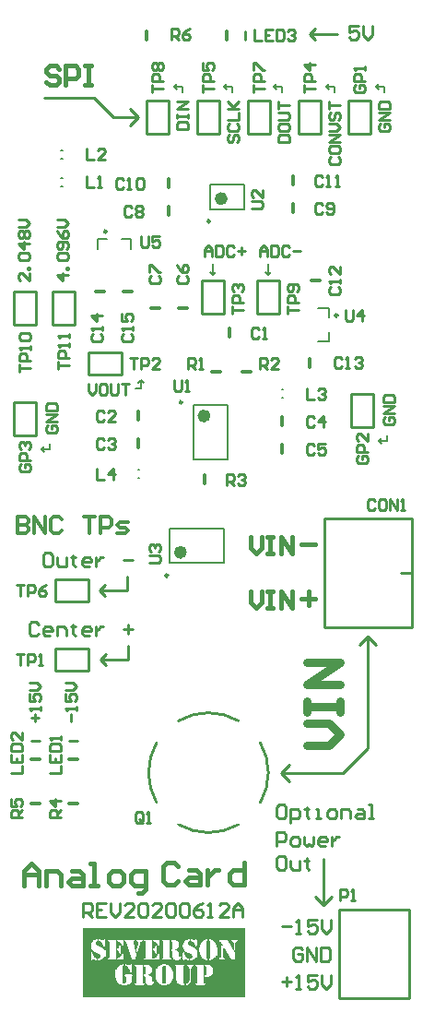
<source format=gto>
G04*
G04 #@! TF.GenerationSoftware,Altium Limited,Altium Designer,19.1.8 (144)*
G04*
G04 Layer_Color=65535*
%FSLAX25Y25*%
%MOIN*%
G70*
G01*
G75*
%ADD10C,0.00984*%
%ADD11C,0.02362*%
%ADD12C,0.01000*%
%ADD13C,0.00800*%
%ADD14C,0.00787*%
%ADD15C,0.01200*%
%ADD16C,0.01500*%
%ADD17C,0.01300*%
%ADD18C,0.03000*%
G36*
X186500Y122230D02*
Y109000D01*
X128000D01*
Y122230D01*
D01*
Y134000D01*
X186500D01*
Y122230D01*
D02*
G37*
%LPC*%
G36*
X180158Y129677D02*
X180121D01*
D01*
X180158D01*
D02*
G37*
G36*
X159587D02*
X156358Y129677D01*
X156754Y129677D01*
X156688Y129671D01*
X156628Y129665D01*
X156574Y129653D01*
X156538Y129641D01*
X156502Y129622D01*
X156478Y129611D01*
X156466Y129604D01*
X156460Y129598D01*
X156424Y129568D01*
X156400Y129538D01*
X156382Y129502D01*
X156369Y129472D01*
X156363Y129442D01*
X156358Y129418D01*
Y129418D01*
Y125548D01*
Y129394D01*
X156369Y129322D01*
X156394Y129256D01*
X156424Y129208D01*
X156466Y129172D01*
X156502Y129142D01*
X156538Y129118D01*
X156562Y129112D01*
X156568Y129106D01*
X156628Y129088D01*
X156676Y129070D01*
X156712Y129058D01*
X156736Y129046D01*
X156754Y129040D01*
X156766D01*
X156772Y129034D01*
X156796Y129022D01*
X156814Y128998D01*
X156832Y128980D01*
X156838Y128973D01*
X156862Y128937D01*
X156874Y128895D01*
X156898Y128805D01*
Y128769D01*
X156904Y128733D01*
Y128709D01*
Y128703D01*
Y123348D01*
Y123282D01*
X156892Y123222D01*
X156886Y123174D01*
X156874Y123138D01*
X156862Y123108D01*
X156850Y123090D01*
X156844Y123078D01*
X156838Y123072D01*
X156814Y123042D01*
X156790Y123024D01*
X156778Y123012D01*
X156772D01*
X156754Y123005D01*
X156730Y122994D01*
X156700Y122982D01*
X156664Y122969D01*
X156628Y122957D01*
X156598Y122951D01*
X156574Y122939D01*
X156568D01*
X156496Y122909D01*
X156448Y122861D01*
X156412Y122819D01*
X156382Y122771D01*
X156369Y122723D01*
X156363Y122687D01*
X156358Y122663D01*
Y122663D01*
Y122651D01*
X156363Y122603D01*
X156376Y122561D01*
X156388Y122531D01*
X156412Y122501D01*
X156430Y122477D01*
X156442Y122459D01*
X156454Y122453D01*
X156460Y122447D01*
X156502Y122423D01*
X156550Y122405D01*
X156646Y122387D01*
X156688Y122380D01*
X156724Y122374D01*
X159549D01*
X159615Y122387D01*
X159675Y122392D01*
X159717Y122405D01*
X159753Y122416D01*
X159777Y122423D01*
X159789Y122435D01*
X159795D01*
X159843Y122471D01*
X159879Y122507D01*
X159903Y122543D01*
X159922Y122579D01*
X159933Y122615D01*
X159940Y122639D01*
Y122657D01*
Y122663D01*
Y122705D01*
X159927Y122741D01*
X159897Y122807D01*
X159855Y122861D01*
X159813Y122897D01*
X159765Y122927D01*
X159723Y122945D01*
X159693Y122957D01*
X159681D01*
X159609Y122976D01*
X159555Y122987D01*
X159513Y123000D01*
X159477Y123005D01*
X159459Y123012D01*
X159447Y123018D01*
X159435D01*
X159405Y123036D01*
X159380Y123060D01*
X159362Y123084D01*
X159356Y123090D01*
X159333Y123126D01*
X159314Y123174D01*
X159290Y123276D01*
X159284Y123318D01*
X159278Y123354D01*
Y123378D01*
Y123390D01*
Y129677D01*
X159587D01*
D02*
G37*
G36*
X139974Y129677D02*
X136885D01*
X137282D01*
X137216Y129671D01*
X137156Y129665D01*
X137101Y129653D01*
X137065Y129641D01*
X137029Y129622D01*
X137005Y129611D01*
X136993Y129604D01*
X136987Y129598D01*
X136951Y129568D01*
X136927Y129538D01*
X136909Y129502D01*
X136897Y129472D01*
X136891Y129442D01*
X136885Y129418D01*
D01*
Y122651D01*
X136891Y122603D01*
X136903Y122561D01*
X136915Y122531D01*
X136939Y122501D01*
X136957Y122477D01*
X136969Y122459D01*
X136981Y122453D01*
X136987Y122447D01*
X137029Y122423D01*
X137077Y122405D01*
X137174Y122387D01*
X137216Y122380D01*
X137252Y122374D01*
X136885D01*
X142510D01*
Y124340D01*
X142499Y124400D01*
X142492Y124454D01*
X142480Y124496D01*
X142468Y124526D01*
X142462Y124550D01*
X142450Y124562D01*
Y124568D01*
X142426Y124598D01*
X142390Y124622D01*
X142360Y124634D01*
X142324Y124646D01*
X142288Y124652D01*
X142264Y124658D01*
X142198D01*
X142162Y124646D01*
X142108Y124628D01*
X142072Y124604D01*
X142066Y124598D01*
X142060Y124592D01*
X142036Y124568D01*
X142018Y124532D01*
X141976Y124454D01*
X141964Y124418D01*
X141952Y124394D01*
X141939Y124370D01*
Y124364D01*
X141892Y124238D01*
X141849Y124129D01*
X141807Y124033D01*
X141765Y123949D01*
X141729Y123883D01*
X141705Y123841D01*
X141687Y123811D01*
X141681Y123799D01*
X141627Y123721D01*
X141567Y123649D01*
X141507Y123576D01*
X141447Y123516D01*
X141393Y123462D01*
X141350Y123426D01*
X141326Y123402D01*
X141314Y123390D01*
X141230Y123324D01*
X141146Y123264D01*
X141068Y123216D01*
X141002Y123174D01*
X140942Y123144D01*
X140900Y123120D01*
X140870Y123108D01*
X140858Y123102D01*
X140768Y123066D01*
X140671Y123036D01*
X140575Y123012D01*
X140485Y122994D01*
X140407Y122976D01*
X140347Y122963D01*
X140323Y122957D01*
X140305Y122951D01*
X140287D01*
Y122374D01*
X139806D01*
Y129677D01*
X139974D01*
D02*
G37*
G36*
X149416Y129334D02*
Y129322D01*
D01*
Y129334D01*
D02*
G37*
G36*
Y129208D02*
D01*
D01*
D01*
D02*
G37*
G36*
Y129160D02*
Y129154D01*
D01*
Y129160D01*
D02*
G37*
G36*
Y129112D02*
Y129106D01*
D01*
Y129112D01*
D02*
G37*
G36*
Y129106D02*
Y129100D01*
D01*
Y129106D01*
D02*
G37*
G36*
Y129088D02*
D01*
D01*
D01*
D02*
G37*
G36*
Y129046D02*
D01*
D01*
D01*
D02*
G37*
G36*
Y128979D02*
Y128973D01*
D01*
Y128979D01*
D02*
G37*
G36*
Y128973D02*
Y128967D01*
D01*
Y128973D01*
D02*
G37*
G36*
Y128961D02*
D01*
D01*
D01*
D02*
G37*
G36*
Y128853D02*
Y128847D01*
D01*
Y128853D01*
D02*
G37*
G36*
Y128799D02*
D01*
D01*
D01*
D02*
G37*
G36*
Y128763D02*
Y128751D01*
D01*
Y128763D01*
D02*
G37*
G36*
Y128445D02*
D01*
D01*
D01*
D02*
G37*
G36*
Y128409D02*
Y128378D01*
D01*
Y128409D01*
D02*
G37*
G36*
Y128354D02*
Y128336D01*
D01*
Y128354D01*
D02*
G37*
G36*
Y128264D02*
Y128252D01*
D01*
Y128264D01*
D02*
G37*
G36*
Y128060D02*
D01*
D01*
D01*
D02*
G37*
G36*
Y127802D02*
Y127777D01*
D01*
Y127802D01*
D02*
G37*
G36*
Y127741D02*
D01*
D01*
D01*
D02*
G37*
G36*
Y127687D02*
Y127669D01*
D01*
Y127687D01*
D02*
G37*
G36*
Y127603D02*
D01*
D01*
D01*
D02*
G37*
G36*
Y127525D02*
Y127513D01*
D01*
Y127525D01*
D02*
G37*
G36*
Y127471D02*
D01*
D01*
D01*
D02*
G37*
G36*
X155480Y129677D02*
X153323D01*
Y129046D01*
X153437Y129034D01*
X153545Y129009D01*
X153647Y128986D01*
X153743Y128961D01*
X153833Y128931D01*
X153918Y128895D01*
X153996Y128859D01*
X154068Y128829D01*
X154128Y128793D01*
X154182Y128763D01*
X154230Y128733D01*
X154266Y128709D01*
X154296Y128685D01*
X154320Y128667D01*
X154332Y128661D01*
X154338Y128655D01*
X154410Y128589D01*
X154476Y128523D01*
X154603Y128372D01*
X154705Y128216D01*
X154789Y128060D01*
X154825Y127988D01*
X154855Y127922D01*
X154879Y127868D01*
X154903Y127813D01*
X154915Y127771D01*
X154927Y127741D01*
X154939Y127717D01*
Y127711D01*
X154957Y127657D01*
X154975Y127615D01*
X154993Y127585D01*
X155005Y127555D01*
X155017Y127537D01*
X155029Y127525D01*
X155035Y127513D01*
X155059Y127495D01*
X155083Y127483D01*
X155143Y127471D01*
X155167Y127465D01*
X155210D01*
X155258Y127471D01*
X155300Y127477D01*
X155336Y127489D01*
X155366Y127501D01*
X155384Y127513D01*
X155402Y127525D01*
X155414Y127537D01*
X155438Y127567D01*
X155450Y127609D01*
X155474Y127687D01*
Y127723D01*
X155480Y127753D01*
Y127771D01*
Y127777D01*
Y129677D01*
D02*
G37*
G36*
X142438D02*
X140281D01*
Y129046D01*
X140395Y129034D01*
X140503Y129009D01*
X140605Y128986D01*
X140701Y128961D01*
X140792Y128931D01*
X140876Y128895D01*
X140954Y128859D01*
X141026Y128829D01*
X141086Y128793D01*
X141140Y128763D01*
X141188Y128733D01*
X141224Y128709D01*
X141254Y128685D01*
X141278Y128667D01*
X141290Y128661D01*
X141297Y128655D01*
X141369Y128589D01*
X141435Y128523D01*
X141561Y128372D01*
X141663Y128216D01*
X141747Y128060D01*
X141783Y127988D01*
X141813Y127922D01*
X141837Y127868D01*
X141861Y127813D01*
X141873Y127771D01*
X141885Y127741D01*
X141897Y127717D01*
Y127711D01*
X141916Y127657D01*
X141934Y127615D01*
X141952Y127585D01*
X141964Y127555D01*
X141976Y127537D01*
X141988Y127525D01*
X141994Y127513D01*
X142018Y127495D01*
X142042Y127483D01*
X142102Y127471D01*
X142126Y127465D01*
X142168D01*
X142216Y127471D01*
X142258Y127477D01*
X142294Y127489D01*
X142324Y127501D01*
X142342Y127513D01*
X142360Y127525D01*
X142372Y127537D01*
X142396Y127567D01*
X142408Y127609D01*
X142432Y127687D01*
Y127723D01*
X142438Y127753D01*
Y127771D01*
Y127777D01*
Y129677D01*
D02*
G37*
G36*
X149416Y127417D02*
Y127411D01*
D01*
Y127417D01*
D02*
G37*
G36*
Y127387D02*
D01*
D01*
D01*
D02*
G37*
G36*
Y127345D02*
Y127315D01*
D01*
Y127345D01*
D02*
G37*
G36*
X166929Y129791D02*
X166899D01*
Y129202D01*
X167007Y129172D01*
X167109Y129136D01*
X167296Y129052D01*
X167380Y129009D01*
X167464Y128961D01*
X167536Y128913D01*
X167602Y128865D01*
X167662Y128817D01*
X167716Y128775D01*
X167759Y128733D01*
X167801Y128703D01*
X167825Y128673D01*
X167849Y128649D01*
X167861Y128637D01*
X167867Y128631D01*
X167939Y128547D01*
X167999Y128463D01*
X168059Y128378D01*
X168107Y128300D01*
X168149Y128234D01*
X168179Y128180D01*
X168197Y128144D01*
X168203Y128138D01*
Y128132D01*
X168251Y128030D01*
X168293Y127934D01*
X168329Y127844D01*
X168359Y127759D01*
X168384Y127693D01*
X168396Y127639D01*
X168408Y127609D01*
Y127603D01*
Y127597D01*
X168420Y127549D01*
X168426Y127501D01*
X168438Y127465D01*
X168444Y127441D01*
X168450Y127417D01*
X168456Y127399D01*
X168462Y127393D01*
Y127387D01*
X168486Y127345D01*
X168510Y127315D01*
X168534Y127291D01*
X168540Y127285D01*
X168576Y127261D01*
X168612Y127249D01*
X168672Y127225D01*
X168702D01*
X168720Y127218D01*
X168738D01*
X168786Y127225D01*
X168834Y127237D01*
X168870Y127249D01*
X168906Y127267D01*
X168930Y127285D01*
X168948Y127303D01*
X168960Y127309D01*
X168966Y127315D01*
X168997Y127351D01*
X169021Y127393D01*
X169033Y127435D01*
X169045Y127477D01*
X169051Y127513D01*
X169057Y127543D01*
Y127561D01*
Y127567D01*
Y129334D01*
Y129412D01*
X169045Y129478D01*
X169033Y129532D01*
X169021Y129580D01*
X169009Y129616D01*
X168997Y129641D01*
X168991Y129653D01*
X168984Y129659D01*
X168955Y129695D01*
X168924Y129719D01*
X168888Y129743D01*
X168852Y129755D01*
X168822Y129761D01*
X168798Y129767D01*
X168774D01*
X168732Y129761D01*
X168690Y129749D01*
X168624Y129707D01*
X168600Y129683D01*
X168582Y129665D01*
X168570Y129653D01*
X168564Y129647D01*
X168450Y129496D01*
X168432Y129472D01*
X168408Y129460D01*
X168359Y129436D01*
X168317Y129430D01*
X168299D01*
X168239Y129436D01*
X168185Y129454D01*
X168161Y129460D01*
X168143Y129466D01*
X168131Y129472D01*
X168125D01*
X167969Y129532D01*
X167837Y129580D01*
X167722Y129622D01*
X167626Y129653D01*
X167548Y129677D01*
X167494Y129695D01*
X167464Y129707D01*
X167452D01*
X167362Y129731D01*
X167266Y129749D01*
X167175Y129761D01*
X167085Y129773D01*
X167013Y129785D01*
X166953D01*
X166929Y129791D01*
D02*
G37*
G36*
X133664Y129791D02*
X133634D01*
Y129202D01*
X133742Y129172D01*
X133844Y129136D01*
X134030Y129052D01*
X134115Y129009D01*
X134199Y128961D01*
X134271Y128913D01*
X134337Y128865D01*
X134397Y128817D01*
X134451Y128775D01*
X134493Y128733D01*
X134535Y128703D01*
X134559Y128673D01*
X134583Y128649D01*
X134595Y128637D01*
X134601Y128631D01*
X134673Y128547D01*
X134733Y128463D01*
X134794Y128378D01*
X134842Y128300D01*
X134884Y128234D01*
X134914Y128180D01*
X134932Y128144D01*
X134938Y128138D01*
Y128132D01*
X134986Y128030D01*
X135028Y127934D01*
X135064Y127844D01*
X135094Y127759D01*
X135118Y127693D01*
X135130Y127639D01*
X135142Y127609D01*
Y127603D01*
Y127597D01*
X135154Y127549D01*
X135160Y127501D01*
X135172Y127465D01*
X135178Y127441D01*
X135184Y127417D01*
X135190Y127399D01*
X135196Y127393D01*
Y127387D01*
X135220Y127345D01*
X135244Y127315D01*
X135268Y127291D01*
X135274Y127285D01*
X135310Y127261D01*
X135347Y127249D01*
X135407Y127225D01*
X135437D01*
X135455Y127218D01*
X135473D01*
X135521Y127225D01*
X135569Y127237D01*
X135605Y127249D01*
X135641Y127267D01*
X135665Y127285D01*
X135683Y127303D01*
X135695Y127309D01*
X135701Y127315D01*
X135731Y127351D01*
X135755Y127393D01*
X135767Y127435D01*
X135779Y127477D01*
X135785Y127513D01*
X135791Y127543D01*
Y127561D01*
Y127567D01*
Y129334D01*
Y129412D01*
X135779Y129478D01*
X135767Y129532D01*
X135755Y129580D01*
X135743Y129616D01*
X135731Y129641D01*
X135725Y129653D01*
X135719Y129659D01*
X135689Y129695D01*
X135659Y129719D01*
X135623Y129743D01*
X135587Y129755D01*
X135557Y129761D01*
X135533Y129767D01*
X135509D01*
X135467Y129761D01*
X135425Y129749D01*
X135359Y129707D01*
X135335Y129683D01*
X135317Y129665D01*
X135304Y129653D01*
X135299Y129647D01*
X135184Y129496D01*
X135166Y129472D01*
X135142Y129460D01*
X135094Y129436D01*
X135052Y129430D01*
X135034D01*
X134974Y129436D01*
X134920Y129454D01*
X134896Y129460D01*
X134878Y129466D01*
X134866Y129472D01*
X134860D01*
X134704Y129532D01*
X134571Y129580D01*
X134457Y129622D01*
X134361Y129653D01*
X134283Y129677D01*
X134229Y129695D01*
X134199Y129707D01*
X134187D01*
X134097Y129731D01*
X134000Y129749D01*
X133910Y129761D01*
X133820Y129773D01*
X133748Y129785D01*
X133688D01*
X133664Y129791D01*
D02*
G37*
G36*
X149416Y127200D02*
Y127194D01*
D01*
Y127200D01*
D02*
G37*
G36*
Y127122D02*
Y127116D01*
D01*
Y127122D01*
D02*
G37*
G36*
Y126455D02*
D01*
D01*
D01*
D02*
G37*
G36*
Y126335D02*
Y126329D01*
D01*
Y126335D01*
D02*
G37*
G36*
Y125854D02*
Y125782D01*
D01*
Y125854D01*
D02*
G37*
G36*
X183385Y129677D02*
X181936D01*
X181870Y129665D01*
X181822Y129653D01*
X181774Y129641D01*
X181744Y129629D01*
X181720Y129616D01*
X181708Y129611D01*
X181702Y129604D01*
X181672Y129575D01*
X181648Y129544D01*
X181636Y129508D01*
X181624Y129472D01*
X181618Y129442D01*
X181612Y129418D01*
Y129400D01*
Y129394D01*
X181618Y129328D01*
X181636Y129280D01*
X181648Y129250D01*
X181654Y129238D01*
X181672Y129214D01*
X181696Y129196D01*
X181750Y129160D01*
X181774Y129142D01*
X181792Y129136D01*
X181804Y129124D01*
X181810D01*
X181924Y129058D01*
X182020Y128986D01*
X182104Y128913D01*
X182165Y128853D01*
X182212Y128793D01*
X182249Y128751D01*
X182267Y128721D01*
X182273Y128709D01*
X182315Y128613D01*
X182351Y128505D01*
X182375Y128391D01*
X182387Y128276D01*
X182399Y128180D01*
Y128138D01*
X182405Y128096D01*
Y128066D01*
Y128042D01*
Y128030D01*
Y128024D01*
Y126545D01*
X182970Y125584D01*
Y128024D01*
X182976Y128156D01*
X182988Y128276D01*
X183000Y128378D01*
X183018Y128463D01*
X183036Y128529D01*
X183054Y128577D01*
X183060Y128607D01*
X183066Y128619D01*
X183126Y128727D01*
X183192Y128817D01*
X183264Y128889D01*
X183336Y128955D01*
X183403Y129004D01*
X183451Y129040D01*
X183487Y129058D01*
X183493Y129064D01*
X183499D01*
X183565Y129100D01*
X183619Y129130D01*
X183661Y129154D01*
X183691Y129178D01*
X183715Y129190D01*
X183727Y129202D01*
X183739Y129214D01*
X183769Y129268D01*
X183787Y129322D01*
X183793Y129346D01*
Y129382D01*
X183787Y129424D01*
X183781Y129466D01*
X183745Y129532D01*
X183727Y129556D01*
X183715Y129575D01*
X183703Y129580D01*
X183697Y129587D01*
X183655Y129616D01*
X183607Y129641D01*
X183547Y129653D01*
X183487Y129665D01*
X183433Y129671D01*
X183385Y129677D01*
D02*
G37*
G36*
X149416Y125524D02*
D01*
D01*
D01*
D02*
G37*
G36*
Y125085D02*
Y125079D01*
D01*
Y125085D01*
D02*
G37*
G36*
X149043Y129677D02*
X147649D01*
X147577Y129671D01*
X147511Y129665D01*
X147457Y129653D01*
X147409Y129641D01*
X147373Y129622D01*
X147348Y129611D01*
X147330Y129604D01*
X147325Y129598D01*
X147288Y129568D01*
X147258Y129532D01*
X147240Y129496D01*
X147222Y129460D01*
X147216Y129424D01*
X147210Y129400D01*
Y129382D01*
Y129376D01*
X147216Y129304D01*
X147240Y129250D01*
X147276Y129202D01*
X147312Y129160D01*
X147348Y129136D01*
X147385Y129112D01*
X147409Y129106D01*
X147415Y129100D01*
X147595Y129040D01*
X147661Y129009D01*
X147715Y128973D01*
X147757Y128937D01*
X147799Y128895D01*
X147829Y128853D01*
X147847Y128823D01*
X147859Y128799D01*
X147865Y128793D01*
X147883Y128739D01*
X147901Y128691D01*
X147907Y128649D01*
X147914Y128607D01*
X147919Y128577D01*
Y128553D01*
Y128535D01*
Y128529D01*
X147914Y128505D01*
X147907Y128469D01*
X147895Y128427D01*
X147883Y128378D01*
X147871Y128336D01*
X147865Y128300D01*
X147853Y128276D01*
Y128264D01*
X147234Y126016D01*
X147517Y125007D01*
X148382Y128138D01*
X148418Y128252D01*
X148454Y128354D01*
X148496Y128445D01*
X148532Y128523D01*
X148569Y128589D01*
X148599Y128637D01*
X148617Y128667D01*
X148623Y128679D01*
X148683Y128763D01*
X148743Y128829D01*
X148797Y128883D01*
X148845Y128931D01*
X148887Y128961D01*
X148923Y128979D01*
X148947Y128991D01*
X148953Y128998D01*
X149224Y129130D01*
X149260Y129148D01*
X149296Y129166D01*
X149338Y129202D01*
X149368Y129226D01*
X149374Y129232D01*
X149398Y129280D01*
X149410Y129334D01*
X149416Y129358D01*
Y129400D01*
Y129394D01*
X149410Y129448D01*
X149398Y129496D01*
X149374Y129532D01*
X149350Y129562D01*
X149326Y129593D01*
X149302Y129611D01*
X149290Y129616D01*
X149284Y129622D01*
X149248Y129641D01*
X149206Y129653D01*
X149152Y129665D01*
X149097Y129671D01*
X149043Y129677D01*
D02*
G37*
G36*
X149416Y124766D02*
Y124760D01*
D01*
Y124766D01*
D02*
G37*
G36*
X136044Y129821D02*
X133803D01*
X136044D01*
Y124754D01*
X136038Y124923D01*
X136014Y125085D01*
X135984Y125241D01*
X135942Y125391D01*
X135893Y125530D01*
X135839Y125656D01*
X135785Y125782D01*
X135725Y125890D01*
X135665Y125987D01*
X135611Y126077D01*
X135557Y126155D01*
X135509Y126215D01*
X135467Y126269D01*
X135437Y126305D01*
X135413Y126329D01*
X135407Y126335D01*
X135317Y126425D01*
X135232Y126509D01*
X135148Y126582D01*
X135070Y126642D01*
X135004Y126690D01*
X134956Y126726D01*
X134920Y126750D01*
X134914Y126756D01*
X134908D01*
X134800Y126822D01*
X134679Y126888D01*
X134553Y126948D01*
X134439Y127008D01*
X134331Y127056D01*
X134283Y127080D01*
X134241Y127098D01*
X134211Y127116D01*
X134187Y127122D01*
X134169Y127134D01*
X134163D01*
X134018Y127194D01*
X133892Y127255D01*
X133772Y127309D01*
X133670Y127357D01*
X133574Y127399D01*
X133495Y127435D01*
X133417Y127471D01*
X133357Y127501D01*
X133303Y127525D01*
X133261Y127549D01*
X133225Y127567D01*
X133195Y127579D01*
X133171Y127591D01*
X133159Y127597D01*
X133147Y127603D01*
X133033Y127669D01*
X132937Y127741D01*
X132858Y127802D01*
X132792Y127862D01*
X132738Y127910D01*
X132708Y127946D01*
X132684Y127976D01*
X132678Y127982D01*
X132630Y128060D01*
X132594Y128144D01*
X132570Y128222D01*
X132552Y128294D01*
X132540Y128360D01*
X132534Y128409D01*
Y128445D01*
Y128457D01*
X132540Y128559D01*
X132558Y128643D01*
X132588Y128727D01*
X132618Y128793D01*
X132648Y128847D01*
X132678Y128883D01*
X132696Y128913D01*
X132702Y128919D01*
X132774Y128986D01*
X132858Y129046D01*
X132943Y129094D01*
X133021Y129136D01*
X133099Y129166D01*
X133159Y129184D01*
X133183Y129190D01*
X133201Y129196D01*
X133207Y129202D01*
X133213D01*
Y129821D01*
D01*
X133045Y129809D01*
X132876Y129785D01*
X132726Y129761D01*
X132576Y129725D01*
X132438Y129689D01*
X132311Y129647D01*
X132191Y129604D01*
X132083Y129562D01*
X131987Y129514D01*
X131903Y129478D01*
X131831Y129436D01*
X131771Y129406D01*
X131722Y129376D01*
X131686Y129352D01*
X131662Y129340D01*
X131656Y129334D01*
X131494Y129208D01*
X131356Y129070D01*
X131236Y128931D01*
X131133Y128799D01*
X131055Y128679D01*
X131025Y128631D01*
X131001Y128583D01*
X130977Y128547D01*
X130965Y128523D01*
X130959Y128505D01*
X130953Y128499D01*
X130869Y128300D01*
X130809Y128108D01*
X130767Y127916D01*
X130749Y127825D01*
X130737Y127741D01*
X130725Y127663D01*
X130719Y127597D01*
X130713Y127531D01*
Y127477D01*
X130707Y127435D01*
Y127375D01*
X130719Y127158D01*
X130749Y126948D01*
X130797Y126756D01*
X130863Y126569D01*
X130941Y126401D01*
X131025Y126245D01*
X131115Y126101D01*
X131212Y125968D01*
X131302Y125854D01*
X131392Y125752D01*
X131476Y125668D01*
X131554Y125596D01*
X131620Y125536D01*
X131668Y125500D01*
X131699Y125470D01*
X131711Y125464D01*
X131879Y125349D01*
X131957Y125295D01*
X132023Y125253D01*
X132083Y125217D01*
X132131Y125193D01*
X132161Y125175D01*
X132173Y125169D01*
X132221Y125145D01*
X132281Y125115D01*
X132348Y125085D01*
X132420Y125055D01*
X132570Y124989D01*
X132720Y124923D01*
X132792Y124887D01*
X132858Y124857D01*
X132919Y124832D01*
X132973Y124809D01*
X133021Y124791D01*
X133051Y124773D01*
X133075Y124766D01*
X133081Y124760D01*
X133189Y124712D01*
X133285Y124670D01*
X133375Y124622D01*
X133459Y124580D01*
X133531Y124544D01*
X133598Y124508D01*
X133658Y124472D01*
X133712Y124442D01*
X133754Y124418D01*
X133790Y124394D01*
X133826Y124370D01*
X133850Y124352D01*
X133868Y124340D01*
X133880Y124328D01*
X133892Y124322D01*
X133952Y124268D01*
X134000Y124220D01*
X134042Y124165D01*
X134078Y124111D01*
X134139Y124003D01*
X134175Y123907D01*
X134199Y123817D01*
X134211Y123751D01*
X134217Y123727D01*
Y123709D01*
Y123697D01*
Y123691D01*
X134211Y123571D01*
X134187Y123462D01*
X134151Y123372D01*
X134115Y123294D01*
X134072Y123228D01*
X134042Y123186D01*
X134018Y123162D01*
X134006Y123150D01*
X133964Y123114D01*
X133922Y123078D01*
X133814Y123018D01*
X133706Y122963D01*
X133598Y122921D01*
X133495Y122885D01*
X133453Y122867D01*
X133417Y122861D01*
X133381Y122849D01*
X133357Y122843D01*
X133345Y122837D01*
X133339D01*
Y122230D01*
D01*
X133465Y122236D01*
X133592Y122248D01*
X133712Y122260D01*
X133820Y122278D01*
X133910Y122296D01*
X133952Y122302D01*
X133982Y122314D01*
X134012Y122320D01*
X134030D01*
X134042Y122326D01*
X134048D01*
X134187Y122369D01*
X134319Y122411D01*
X134439Y122453D01*
X134547Y122501D01*
X134637Y122537D01*
X134673Y122555D01*
X134704Y122567D01*
X134728Y122579D01*
X134746Y122591D01*
X134752Y122597D01*
X134758D01*
X134866Y122663D01*
X134968Y122729D01*
X135064Y122801D01*
X135154Y122873D01*
X135238Y122951D01*
X135317Y123023D01*
X135389Y123096D01*
X135449Y123168D01*
X135509Y123234D01*
X135557Y123294D01*
X135599Y123348D01*
X135635Y123396D01*
X135659Y123438D01*
X135677Y123468D01*
X135689Y123486D01*
X135695Y123492D01*
X135755Y123600D01*
X135809Y123715D01*
X135857Y123823D01*
X135899Y123931D01*
X135930Y124039D01*
X135960Y124147D01*
X135984Y124244D01*
X136002Y124340D01*
X136014Y124430D01*
X136026Y124508D01*
X136032Y124580D01*
X136038Y124640D01*
X136044Y124688D01*
Y122374D01*
Y129821D01*
D02*
G37*
G36*
X149416Y124688D02*
Y124676D01*
D01*
Y124688D01*
D02*
G37*
G36*
Y124646D02*
D01*
D01*
D01*
D02*
G37*
G36*
X154314Y127561D02*
X154284D01*
X154242Y127555D01*
X154200Y127549D01*
X154140Y127525D01*
X154116Y127507D01*
X154098Y127495D01*
X154092Y127489D01*
X154086Y127483D01*
X154062Y127447D01*
X154044Y127405D01*
X154008Y127315D01*
X153996Y127267D01*
X153984Y127237D01*
X153978Y127213D01*
Y127200D01*
X153947Y127098D01*
X153911Y127002D01*
X153875Y126924D01*
X153839Y126852D01*
X153809Y126798D01*
X153779Y126756D01*
X153761Y126732D01*
X153755Y126726D01*
X153695Y126660D01*
X153623Y126600D01*
X153545Y126545D01*
X153473Y126497D01*
X153401Y126455D01*
X153347Y126425D01*
X153310Y126407D01*
X153304Y126401D01*
X153298D01*
Y125782D01*
X153395Y125752D01*
X153479Y125716D01*
X153551Y125668D01*
X153617Y125626D01*
X153665Y125584D01*
X153701Y125548D01*
X153725Y125524D01*
X153731Y125518D01*
X153791Y125440D01*
X153845Y125343D01*
X153887Y125253D01*
X153923Y125163D01*
X153954Y125079D01*
X153972Y125013D01*
X153978Y124989D01*
X153984Y124971D01*
X153990Y124959D01*
Y124953D01*
X154008Y124893D01*
X154026Y124839D01*
X154044Y124796D01*
X154062Y124760D01*
X154074Y124730D01*
X154086Y124712D01*
X154098Y124706D01*
Y124700D01*
X154128Y124676D01*
X154158Y124658D01*
X154224Y124640D01*
X154254Y124634D01*
X154278Y124628D01*
X154296D01*
X154350Y124634D01*
X154392Y124640D01*
X154428Y124658D01*
X154452Y124676D01*
X154476Y124688D01*
X154488Y124706D01*
X154500Y124712D01*
Y124718D01*
X154518Y124760D01*
X154536Y124814D01*
X154554Y124929D01*
X154560Y124983D01*
Y125025D01*
Y125055D01*
Y125067D01*
Y127104D01*
Y127189D01*
X154554Y127261D01*
X154549Y127315D01*
X154543Y127357D01*
X154531Y127387D01*
X154525Y127411D01*
X154518Y127417D01*
Y127423D01*
X154488Y127471D01*
X154458Y127501D01*
X154416Y127525D01*
X154380Y127543D01*
X154344Y127555D01*
X154314Y127561D01*
D02*
G37*
G36*
X141272D02*
X141242D01*
X141200Y127555D01*
X141158Y127549D01*
X141098Y127525D01*
X141074Y127507D01*
X141056Y127495D01*
X141050Y127489D01*
X141044Y127483D01*
X141020Y127447D01*
X141002Y127405D01*
X140966Y127315D01*
X140954Y127267D01*
X140942Y127237D01*
X140936Y127213D01*
Y127200D01*
X140906Y127098D01*
X140870Y127002D01*
X140834Y126924D01*
X140798Y126852D01*
X140768Y126798D01*
X140737Y126756D01*
X140719Y126732D01*
X140714Y126726D01*
X140653Y126660D01*
X140581Y126600D01*
X140503Y126545D01*
X140431Y126497D01*
X140359Y126455D01*
X140305Y126425D01*
X140269Y126407D01*
X140263Y126401D01*
X140257D01*
Y125782D01*
X140353Y125752D01*
X140437Y125716D01*
X140509Y125668D01*
X140575Y125626D01*
X140623Y125584D01*
X140659Y125548D01*
X140683Y125524D01*
X140690Y125518D01*
X140750Y125440D01*
X140804Y125343D01*
X140846Y125253D01*
X140882Y125163D01*
X140912Y125079D01*
X140930Y125013D01*
X140936Y124989D01*
X140942Y124971D01*
X140948Y124959D01*
Y124953D01*
X140966Y124893D01*
X140984Y124839D01*
X141002Y124796D01*
X141020Y124760D01*
X141032Y124730D01*
X141044Y124712D01*
X141056Y124706D01*
Y124700D01*
X141086Y124676D01*
X141116Y124658D01*
X141182Y124640D01*
X141212Y124634D01*
X141236Y124628D01*
X141254D01*
X141308Y124634D01*
X141350Y124640D01*
X141387Y124658D01*
X141411Y124676D01*
X141435Y124688D01*
X141447Y124706D01*
X141459Y124712D01*
Y124718D01*
X141477Y124760D01*
X141495Y124814D01*
X141513Y124929D01*
X141519Y124983D01*
Y125025D01*
Y125055D01*
Y125067D01*
Y127104D01*
Y127189D01*
X141513Y127261D01*
X141507Y127315D01*
X141501Y127357D01*
X141489Y127387D01*
X141483Y127411D01*
X141477Y127417D01*
Y127423D01*
X141447Y127471D01*
X141417Y127501D01*
X141375Y127525D01*
X141339Y127543D01*
X141303Y127555D01*
X141272Y127561D01*
D02*
G37*
G36*
X149416Y123907D02*
Y123883D01*
D01*
Y123907D01*
D02*
G37*
G36*
Y123847D02*
Y123841D01*
D01*
Y123847D01*
D02*
G37*
G36*
X163437Y129677D02*
Y123384D01*
X163431Y123420D01*
X163425Y123456D01*
X163389Y123516D01*
X163371Y123540D01*
X163359Y123558D01*
X163347Y123571D01*
X163341Y123576D01*
X163305Y123612D01*
X163275Y123637D01*
X163245Y123655D01*
X163215Y123667D01*
X163197Y123673D01*
X163179Y123679D01*
X163161D01*
X163107Y123673D01*
X163059Y123649D01*
X163011Y123618D01*
X162969Y123589D01*
X162938Y123552D01*
X162908Y123522D01*
X162890Y123498D01*
X162884Y123492D01*
X162848Y123450D01*
X162824Y123420D01*
X162806Y123408D01*
X162800Y123402D01*
X162776Y123390D01*
X162752Y123384D01*
X162734Y123378D01*
X162728D01*
X162692Y123384D01*
X162668Y123402D01*
X162644Y123432D01*
X162632Y123462D01*
X162626Y123492D01*
X162620Y123522D01*
Y123540D01*
Y123546D01*
Y124658D01*
X162614Y124754D01*
X162602Y124839D01*
X162578Y124923D01*
X162560Y124995D01*
X162536Y125055D01*
X162512Y125097D01*
X162500Y125127D01*
X162494Y125139D01*
X162446Y125223D01*
X162392Y125301D01*
X162331Y125367D01*
X162277Y125427D01*
X162229Y125470D01*
X162187Y125506D01*
X162163Y125530D01*
X162151Y125536D01*
X162073Y125590D01*
X161989Y125638D01*
X161911Y125680D01*
X161833Y125716D01*
X161773Y125746D01*
X161718Y125764D01*
X161688Y125776D01*
X161682Y125782D01*
X161676D01*
X161568Y125818D01*
X161448Y125848D01*
X161322Y125878D01*
X161202Y125902D01*
X161087Y125920D01*
X161039Y125932D01*
X161003Y125938D01*
X160967Y125944D01*
X160943D01*
X160925Y125950D01*
X160919D01*
X161015Y125980D01*
X161111Y126011D01*
X161196Y126035D01*
X161274Y126065D01*
X161346Y126089D01*
X161412Y126113D01*
X161472Y126137D01*
X161526Y126155D01*
X161574Y126173D01*
X161610Y126191D01*
X161646Y126203D01*
X161676Y126215D01*
X161694Y126227D01*
X161712Y126233D01*
X161724Y126239D01*
X161821Y126287D01*
X161911Y126341D01*
X161989Y126401D01*
X162055Y126449D01*
X162109Y126497D01*
X162151Y126533D01*
X162181Y126563D01*
X162187Y126569D01*
X162271Y126666D01*
X162344Y126762D01*
X162410Y126864D01*
X162464Y126966D01*
X162506Y127068D01*
X162548Y127171D01*
X162578Y127273D01*
X162602Y127369D01*
X162620Y127459D01*
X162638Y127543D01*
X162650Y127615D01*
X162656Y127681D01*
X162662Y127735D01*
Y127771D01*
Y127802D01*
Y127807D01*
X162656Y127976D01*
X162632Y128132D01*
X162596Y128282D01*
X162554Y128414D01*
X162500Y128547D01*
X162440Y128661D01*
X162373Y128769D01*
X162313Y128859D01*
X162247Y128943D01*
X162181Y129022D01*
X162121Y129082D01*
X162067Y129136D01*
X162025Y129172D01*
X161989Y129202D01*
X161965Y129220D01*
X161959Y129226D01*
X161869Y129286D01*
X161773Y129346D01*
X161676Y129394D01*
X161580Y129436D01*
X161394Y129508D01*
X161220Y129556D01*
X161142Y129580D01*
X161069Y129593D01*
X161009Y129604D01*
X160955Y129616D01*
X160907Y129622D01*
X160877Y129629D01*
X160847D01*
X160685Y129647D01*
X160516Y129659D01*
X160348Y129665D01*
X160186Y129671D01*
X160114D01*
X160048Y129677D01*
X159699D01*
Y129082D01*
X159819Y129046D01*
X159915Y128998D01*
X160000Y128955D01*
X160066Y128913D01*
X160114Y128877D01*
X160150Y128847D01*
X160168Y128823D01*
X160174Y128817D01*
X160216Y128745D01*
X160252Y128667D01*
X160276Y128583D01*
X160288Y128505D01*
X160300Y128427D01*
X160306Y128366D01*
Y128342D01*
Y128324D01*
Y128318D01*
Y128312D01*
Y126900D01*
Y126816D01*
X160300Y126738D01*
X160294Y126678D01*
X160288Y126623D01*
X160276Y126587D01*
X160270Y126557D01*
X160264Y126539D01*
Y126533D01*
X160246Y126491D01*
X160222Y126449D01*
X160174Y126383D01*
X160150Y126353D01*
X160132Y126335D01*
X160120Y126323D01*
X160114Y126317D01*
X160060Y126281D01*
X160000Y126251D01*
X159867Y126203D01*
X159801Y126185D01*
X159753Y126173D01*
X159717Y126167D01*
X159705D01*
Y125590D01*
X159807Y125572D01*
X159897Y125542D01*
X159976Y125506D01*
X160036Y125470D01*
X160084Y125434D01*
X160120Y125403D01*
X160144Y125380D01*
X160150Y125373D01*
X160192Y125313D01*
X160222Y125247D01*
X160252Y125187D01*
X160270Y125127D01*
X160282Y125079D01*
X160294Y125037D01*
X160300Y125013D01*
Y125001D01*
Y124971D01*
X160306Y124929D01*
Y124869D01*
Y124814D01*
Y124754D01*
Y124706D01*
Y124670D01*
Y124664D01*
Y124658D01*
Y123757D01*
X160312Y123625D01*
X160324Y123504D01*
X160342Y123384D01*
X160366Y123276D01*
X160396Y123174D01*
X160432Y123084D01*
X160462Y123000D01*
X160504Y122927D01*
X160540Y122855D01*
X160571Y122801D01*
X160607Y122747D01*
X160637Y122705D01*
X160661Y122675D01*
X160679Y122651D01*
X160691Y122639D01*
X160697Y122633D01*
X160775Y122561D01*
X160859Y122501D01*
X160949Y122447D01*
X161039Y122398D01*
X161129Y122362D01*
X161220Y122326D01*
X161400Y122278D01*
X161484Y122266D01*
X161556Y122254D01*
X161628Y122242D01*
X161688Y122236D01*
X161737Y122230D01*
X163437D01*
Y129677D01*
D02*
G37*
G36*
X173426Y129821D02*
X173402D01*
Y129238D01*
X173462Y129220D01*
X173510Y129196D01*
X173552Y129178D01*
X173588Y129160D01*
X173618Y129142D01*
X173636Y129130D01*
X173648Y129124D01*
X173654Y129118D01*
X173714Y129064D01*
X173763Y129004D01*
X173781Y128980D01*
X173793Y128961D01*
X173804Y128949D01*
Y128943D01*
X173841Y128877D01*
X173865Y128805D01*
X173883Y128727D01*
X173895Y128655D01*
X173901Y128589D01*
X173907Y128541D01*
Y128505D01*
Y128499D01*
Y128493D01*
Y123709D01*
X173901Y123552D01*
X173883Y123420D01*
X173859Y123306D01*
X173835Y123210D01*
X173804Y123138D01*
X173781Y123090D01*
X173763Y123060D01*
X173757Y123048D01*
X173708Y122982D01*
X173666Y122939D01*
X173630Y122909D01*
X173624Y122897D01*
X173618D01*
X173552Y122861D01*
X173480Y122837D01*
X173450Y122825D01*
X173426Y122819D01*
X173408Y122813D01*
X173402D01*
Y122230D01*
X173148D01*
X176443D01*
Y122447D01*
Y122230D01*
X173402D01*
X173618Y122254D01*
X173829Y122296D01*
X174027Y122350D01*
X174213Y122411D01*
X174393Y122477D01*
X174556Y122555D01*
X174706Y122633D01*
X174844Y122711D01*
X174970Y122789D01*
X175079Y122861D01*
X175175Y122933D01*
X175253Y122994D01*
X175313Y123048D01*
X175361Y123084D01*
X175385Y123114D01*
X175397Y123120D01*
X175493Y123222D01*
X175584Y123324D01*
X175740Y123540D01*
X175884Y123775D01*
X176004Y124009D01*
X176100Y124250D01*
X176190Y124496D01*
X176257Y124730D01*
X176311Y124959D01*
X176353Y125175D01*
X176389Y125373D01*
X176413Y125554D01*
X176419Y125638D01*
X176425Y125710D01*
X176431Y125776D01*
X176437Y125836D01*
Y125890D01*
X176443Y125932D01*
Y122447D01*
Y125932D01*
Y126191D01*
X176431Y126359D01*
X176395Y126690D01*
X176341Y126990D01*
X176275Y127279D01*
X176190Y127543D01*
X176094Y127784D01*
X175998Y128006D01*
X175896Y128204D01*
X175794Y128384D01*
X175698Y128535D01*
X175601Y128667D01*
X175517Y128775D01*
X175451Y128865D01*
X175421Y128895D01*
X175397Y128925D01*
X175379Y128943D01*
X175361Y128961D01*
X175355Y128973D01*
X175349D01*
X175193Y129118D01*
X175037Y129238D01*
X174886Y129340D01*
X174748Y129430D01*
X174682Y129466D01*
X174628Y129496D01*
X174580Y129520D01*
X174538Y129544D01*
X174502Y129556D01*
X174478Y129568D01*
X174460Y129580D01*
X174454D01*
X174273Y129653D01*
X174087Y129707D01*
X173913Y129749D01*
X173750Y129779D01*
X173678Y129791D01*
X173612Y129803D01*
X173552Y129809D01*
X173498Y129815D01*
X173456D01*
X173426Y129821D01*
D02*
G37*
G36*
X180121Y129677D02*
X177639D01*
X177585Y129671D01*
X177531D01*
X177483Y129665D01*
X177447D01*
X177381Y129659D01*
X177332Y129647D01*
X177302Y129641D01*
X177290Y129634D01*
X177284D01*
X177230Y129604D01*
X177194Y129568D01*
X177164Y129538D01*
X177158Y129532D01*
Y129526D01*
X177128Y129466D01*
X177116Y129412D01*
X177110Y129388D01*
Y129376D01*
Y129364D01*
Y129358D01*
X177116Y129298D01*
X177134Y129250D01*
X177152Y129214D01*
X177158Y129208D01*
Y129202D01*
X177200Y129160D01*
X177242Y129130D01*
X177272Y129112D01*
X177278Y129106D01*
X177284D01*
X177489Y129034D01*
X177567Y128998D01*
X177627Y128955D01*
X177645Y128943D01*
X177663Y128925D01*
X177669Y128919D01*
X177675Y128913D01*
X177705Y128877D01*
X177741Y128835D01*
X177801Y128745D01*
X177831Y128697D01*
X177855Y128667D01*
X177867Y128643D01*
X177873Y128631D01*
X181509Y122374D01*
X178817D01*
X178907Y122380D01*
X178985Y122387D01*
X179045Y122398D01*
X179093Y122411D01*
X179129Y122423D01*
X179153Y122429D01*
X179165Y122441D01*
X179172D01*
X179208Y122471D01*
X179232Y122507D01*
X179250Y122543D01*
X179262Y122573D01*
X179268Y122603D01*
X179274Y122627D01*
Y122639D01*
Y122645D01*
X179268Y122705D01*
X179250Y122753D01*
X179226Y122795D01*
X179201Y122825D01*
X179177Y122849D01*
X179153Y122873D01*
X179135Y122879D01*
X179129Y122885D01*
X178973Y122976D01*
X178877Y123036D01*
X178793Y123102D01*
X178727Y123168D01*
X178667Y123234D01*
X178625Y123288D01*
X178595Y123330D01*
X178577Y123360D01*
X178570Y123372D01*
X178528Y123468D01*
X178498Y123571D01*
X178480Y123673D01*
X178468Y123769D01*
X178456Y123853D01*
X178450Y123925D01*
Y123949D01*
Y123967D01*
Y123979D01*
Y123985D01*
Y126852D01*
X177885Y127796D01*
Y123985D01*
X177879Y123853D01*
X177861Y123727D01*
X177837Y123612D01*
X177807Y123510D01*
X177765Y123414D01*
X177723Y123330D01*
X177675Y123258D01*
X177627Y123192D01*
X177579Y123138D01*
X177531Y123084D01*
X177489Y123048D01*
X177447Y123012D01*
X177417Y122987D01*
X177392Y122969D01*
X177374Y122963D01*
X177368Y122957D01*
X177308Y122921D01*
X177260Y122891D01*
X177224Y122867D01*
X177194Y122843D01*
X177170Y122825D01*
X177158Y122813D01*
X177146Y122801D01*
X177116Y122753D01*
X177104Y122705D01*
X177098Y122669D01*
Y129677D01*
D01*
D01*
Y122374D01*
Y122651D01*
X177104Y122603D01*
X177122Y122561D01*
X177146Y122525D01*
X177176Y122489D01*
X177254Y122441D01*
X177344Y122411D01*
X177429Y122387D01*
X177507Y122380D01*
X177543Y122374D01*
X177098D01*
X183793D01*
X182970D01*
Y124730D01*
X180121Y129677D01*
D02*
G37*
G36*
X152848Y129677D02*
X150323D01*
X150257Y129671D01*
X150197Y129665D01*
X150143Y129653D01*
X150107Y129641D01*
X150071Y129622D01*
X150047Y129611D01*
X150035Y129604D01*
X150029Y129598D01*
X149993Y129568D01*
X149969Y129538D01*
X149951Y129502D01*
X149939Y129472D01*
X149933Y129442D01*
X149927Y129418D01*
Y122651D01*
X149933Y122603D01*
X149945Y122561D01*
X149957Y122531D01*
X149981Y122501D01*
X149999Y122477D01*
X150011Y122459D01*
X150023Y122453D01*
X150029Y122447D01*
X150071Y122423D01*
X150119Y122405D01*
X150215Y122387D01*
X150257Y122380D01*
X150293Y122374D01*
X149927D01*
X155552D01*
Y124340D01*
X155540Y124400D01*
X155534Y124454D01*
X155522Y124496D01*
X155510Y124526D01*
X155504Y124550D01*
X155492Y124562D01*
Y124568D01*
X155468Y124598D01*
X155432Y124622D01*
X155402Y124634D01*
X155366Y124646D01*
X155330Y124652D01*
X155306Y124658D01*
X155240D01*
X155204Y124646D01*
X155149Y124628D01*
X155113Y124604D01*
X155107Y124598D01*
X155101Y124592D01*
X155077Y124568D01*
X155059Y124532D01*
X155017Y124454D01*
X155005Y124418D01*
X154993Y124394D01*
X154981Y124370D01*
Y124364D01*
X154933Y124238D01*
X154891Y124129D01*
X154849Y124033D01*
X154807Y123949D01*
X154771Y123883D01*
X154747Y123841D01*
X154729Y123811D01*
X154723Y123799D01*
X154669Y123721D01*
X154609Y123649D01*
X154549Y123576D01*
X154488Y123516D01*
X154434Y123462D01*
X154392Y123426D01*
X154368Y123402D01*
X154356Y123390D01*
X154272Y123324D01*
X154188Y123264D01*
X154110Y123216D01*
X154044Y123174D01*
X153984Y123144D01*
X153942Y123120D01*
X153911Y123108D01*
X153899Y123102D01*
X153809Y123066D01*
X153713Y123036D01*
X153617Y123012D01*
X153527Y122994D01*
X153449Y122976D01*
X153389Y122963D01*
X153365Y122957D01*
X153347Y122951D01*
X153329D01*
Y122374D01*
X152848D01*
Y129677D01*
D02*
G37*
G36*
X146038D02*
X143442D01*
X143364Y129665D01*
X143304Y129653D01*
X143250Y129641D01*
X143214Y129629D01*
X143190Y129616D01*
X143172Y129611D01*
X143166Y129604D01*
X143117Y129568D01*
X143081Y129526D01*
X143057Y129484D01*
X143039Y129442D01*
X143027Y129406D01*
X143021Y129376D01*
Y122374D01*
X149416D01*
X146808D01*
X147312Y124244D01*
X146074Y128601D01*
X146068Y128649D01*
X146062Y128697D01*
Y128739D01*
Y128745D01*
Y128751D01*
X146068Y128841D01*
X146080Y128871D01*
X146086Y128901D01*
X146098Y128925D01*
X146105Y128943D01*
X146110Y128949D01*
Y128955D01*
X146134Y128979D01*
X146159Y129009D01*
X146225Y129052D01*
X146249Y129070D01*
X146273Y129082D01*
X146291Y129094D01*
X146297D01*
X146363Y129130D01*
X146411Y129178D01*
X146441Y129226D01*
X146465Y129274D01*
X146477Y129316D01*
X146489Y129352D01*
Y129376D01*
Y129382D01*
X146483Y129430D01*
X146471Y129466D01*
X146453Y129496D01*
X146447Y129508D01*
X146417Y129556D01*
X146387Y129593D01*
X146369Y129616D01*
X146357Y129622D01*
X146315Y129641D01*
X146267Y129653D01*
X146231Y129665D01*
X146219D01*
X146183Y129671D01*
X146141D01*
X146038Y129677D01*
D02*
G37*
G36*
X166478Y129821D02*
D01*
X166310Y129809D01*
X166142Y129785D01*
X165992Y129761D01*
X165841Y129725D01*
X165703Y129689D01*
X165577Y129647D01*
X165457Y129604D01*
X165348Y129562D01*
X165252Y129514D01*
X165168Y129478D01*
X165096Y129436D01*
X165036Y129406D01*
X164988Y129376D01*
X164952Y129352D01*
X164928Y129340D01*
X164922Y129334D01*
X164760Y129208D01*
X164621Y129070D01*
X164501Y128931D01*
X164399Y128799D01*
X164321Y128679D01*
X164291Y128631D01*
X164267Y128583D01*
X164243Y128547D01*
X164231Y128523D01*
X164225Y128505D01*
X164219Y128499D01*
X164135Y128300D01*
X164074Y128108D01*
X164032Y127916D01*
X164014Y127825D01*
X164002Y127741D01*
X163990Y127663D01*
X163984Y127597D01*
X163978Y127531D01*
Y127477D01*
X163972Y127435D01*
Y127375D01*
X163984Y127158D01*
X164014Y126948D01*
X164062Y126756D01*
X164128Y126569D01*
X164207Y126401D01*
X164291Y126245D01*
X164381Y126101D01*
X164477Y125969D01*
X164567Y125854D01*
X164657Y125752D01*
X164742Y125668D01*
X164820Y125596D01*
X164886Y125536D01*
X164934Y125500D01*
X164964Y125470D01*
X164976Y125464D01*
X165144Y125349D01*
X165222Y125295D01*
X165288Y125253D01*
X165348Y125217D01*
X165397Y125193D01*
X165427Y125175D01*
X165439Y125169D01*
X165487Y125145D01*
X165547Y125115D01*
X165613Y125085D01*
X165685Y125055D01*
X165835Y124989D01*
X165986Y124923D01*
X166058Y124887D01*
X166124Y124857D01*
X166184Y124833D01*
X166238Y124809D01*
X166286Y124791D01*
X166316Y124773D01*
X166340Y124767D01*
X166346Y124760D01*
X166454Y124712D01*
X166551Y124670D01*
X166641Y124622D01*
X166725Y124580D01*
X166797Y124544D01*
X166863Y124508D01*
X166923Y124472D01*
X166977Y124442D01*
X167019Y124418D01*
X167055Y124394D01*
X167091Y124370D01*
X167115Y124352D01*
X167133Y124340D01*
X167146Y124328D01*
X167157Y124322D01*
X167218Y124268D01*
X167266Y124220D01*
X167308Y124165D01*
X167344Y124111D01*
X167404Y124003D01*
X167440Y123907D01*
X167464Y123817D01*
X167476Y123751D01*
X167482Y123727D01*
Y123709D01*
Y123697D01*
Y123691D01*
X167476Y123571D01*
X167452Y123462D01*
X167416Y123372D01*
X167380Y123294D01*
X167338Y123228D01*
X167308Y123186D01*
X167284Y123162D01*
X167272Y123150D01*
X167230Y123114D01*
X167188Y123078D01*
X167079Y123018D01*
X166971Y122963D01*
X166863Y122921D01*
X166761Y122885D01*
X166719Y122867D01*
X166683Y122861D01*
X166647Y122849D01*
X166623Y122843D01*
X166611Y122837D01*
X166605D01*
Y122230D01*
D01*
X166731Y122236D01*
X166857Y122248D01*
X166977Y122260D01*
X167085Y122278D01*
X167175Y122296D01*
X167218Y122302D01*
X167248Y122314D01*
X167278Y122320D01*
X167296D01*
X167308Y122326D01*
X167314D01*
X167452Y122369D01*
X167584Y122411D01*
X167704Y122453D01*
X167813Y122501D01*
X167903Y122537D01*
X167939Y122555D01*
X167969Y122567D01*
X167993Y122579D01*
X168011Y122591D01*
X168017Y122597D01*
X168023D01*
X168131Y122663D01*
X168233Y122729D01*
X168329Y122801D01*
X168420Y122873D01*
X168504Y122951D01*
X168582Y123024D01*
X168654Y123096D01*
X168714Y123168D01*
X168774Y123234D01*
X168822Y123294D01*
X168864Y123348D01*
X168900Y123396D01*
X168924Y123438D01*
X168942Y123468D01*
X168955Y123486D01*
X168960Y123492D01*
X169021Y123600D01*
X169075Y123715D01*
X169123Y123823D01*
X169165Y123931D01*
X169195Y124039D01*
X169225Y124147D01*
X169249Y124244D01*
X169267Y124340D01*
X169279Y124430D01*
X169291Y124508D01*
X169297Y124580D01*
X169303Y124640D01*
X169309Y124688D01*
Y122362D01*
Y124688D01*
Y124754D01*
X169303Y124923D01*
X169279Y125085D01*
X169249Y125241D01*
X169207Y125391D01*
X169159Y125530D01*
X169105Y125656D01*
X169051Y125782D01*
X168991Y125890D01*
X168930Y125987D01*
X168876Y126077D01*
X168822Y126155D01*
X168774Y126215D01*
X168732Y126269D01*
X168702Y126305D01*
X168678Y126329D01*
X168672Y126335D01*
X168582Y126425D01*
X168498Y126509D01*
X168414Y126582D01*
X168335Y126642D01*
X168269Y126690D01*
X168221Y126726D01*
X168185Y126750D01*
X168179Y126756D01*
X168173D01*
X168065Y126822D01*
X167945Y126888D01*
X167819Y126948D01*
X167704Y127008D01*
X167596Y127056D01*
X167548Y127080D01*
X167506Y127098D01*
X167476Y127116D01*
X167452Y127122D01*
X167434Y127134D01*
X167428D01*
X167284Y127194D01*
X167157Y127255D01*
X167037Y127309D01*
X166935Y127357D01*
X166839Y127399D01*
X166761Y127435D01*
X166683Y127471D01*
X166623Y127501D01*
X166569Y127525D01*
X166526Y127549D01*
X166490Y127567D01*
X166460Y127579D01*
X166436Y127591D01*
X166424Y127597D01*
X166412Y127603D01*
X166298Y127669D01*
X166202Y127741D01*
X166124Y127802D01*
X166058Y127862D01*
X166004Y127910D01*
X165973Y127946D01*
X165949Y127976D01*
X165944Y127982D01*
X165895Y128060D01*
X165859Y128144D01*
X165835Y128222D01*
X165817Y128294D01*
X165805Y128360D01*
X165799Y128409D01*
Y128445D01*
Y128457D01*
X165805Y128559D01*
X165823Y128643D01*
X165853Y128727D01*
X165883Y128793D01*
X165913Y128847D01*
X165944Y128883D01*
X165962Y128913D01*
X165968Y128919D01*
X166040Y128986D01*
X166124Y129046D01*
X166208Y129094D01*
X166286Y129136D01*
X166364Y129166D01*
X166424Y129184D01*
X166448Y129190D01*
X166466Y129196D01*
X166472Y129202D01*
X166478D01*
Y129821D01*
D02*
G37*
G36*
X173148D02*
X169934D01*
X172963D01*
X172753Y129803D01*
X172555Y129773D01*
X172374Y129731D01*
X172296Y129713D01*
X172218Y129689D01*
X172152Y129671D01*
X172086Y129647D01*
X172038Y129629D01*
X171990Y129616D01*
X171953Y129598D01*
X171929Y129593D01*
X171911Y129580D01*
X171905D01*
X171731Y129496D01*
X171569Y129400D01*
X171419Y129298D01*
X171286Y129202D01*
X171226Y129154D01*
X171178Y129112D01*
X171130Y129076D01*
X171094Y129040D01*
X171064Y129009D01*
X171040Y128991D01*
X171028Y128980D01*
X171022Y128973D01*
X170926Y128871D01*
X170830Y128769D01*
X170746Y128661D01*
X170667Y128553D01*
X170595Y128445D01*
X170523Y128342D01*
X170463Y128240D01*
X170409Y128138D01*
X170361Y128048D01*
X170319Y127964D01*
X170283Y127892D01*
X170259Y127825D01*
X170235Y127771D01*
X170217Y127735D01*
X170211Y127705D01*
X170205Y127699D01*
X170157Y127555D01*
X170114Y127411D01*
X170048Y127122D01*
X170000Y126840D01*
X169982Y126702D01*
X169970Y126576D01*
X169958Y126461D01*
X169946Y126353D01*
X169940Y126257D01*
Y126173D01*
X169934Y126107D01*
Y126016D01*
X169940Y125842D01*
X169946Y125680D01*
X169976Y125361D01*
X170030Y125061D01*
X170096Y124778D01*
X170175Y124520D01*
X170265Y124286D01*
X170355Y124069D01*
X170457Y123871D01*
X170553Y123697D01*
X170643Y123546D01*
X170733Y123420D01*
X170812Y123312D01*
X170878Y123228D01*
X170932Y123168D01*
X170950Y123150D01*
X170962Y123132D01*
X170974Y123126D01*
Y123120D01*
X171130Y122982D01*
X171286Y122855D01*
X171455Y122741D01*
X171623Y122645D01*
X171791Y122561D01*
X171953Y122489D01*
X172116Y122429D01*
X172266Y122380D01*
X172410Y122338D01*
X172543Y122302D01*
X172663Y122278D01*
X172765Y122260D01*
X172849Y122242D01*
X172909Y122236D01*
X172933D01*
X172951Y122230D01*
X172963D01*
Y122813D01*
X172867Y122843D01*
X172795Y122879D01*
X172729Y122921D01*
X172681Y122957D01*
X172639Y122994D01*
X172615Y123024D01*
X172602Y123042D01*
X172597Y123048D01*
X172573Y123090D01*
X172555Y123132D01*
X172524Y123234D01*
X172500Y123342D01*
X172488Y123450D01*
X172476Y123552D01*
Y123594D01*
X172470Y123631D01*
Y123667D01*
Y123691D01*
Y123703D01*
Y123709D01*
Y128493D01*
X172476Y128607D01*
X172488Y128703D01*
X172506Y128787D01*
X172524Y128853D01*
X172543Y128907D01*
X172561Y128943D01*
X172573Y128967D01*
X172579Y128973D01*
X172627Y129034D01*
X172687Y129088D01*
X172753Y129130D01*
X172813Y129172D01*
X172873Y129196D01*
X172921Y129220D01*
X172951Y129232D01*
X172963Y129238D01*
Y129821D01*
X173148D01*
D02*
G37*
G36*
X164291Y125073D02*
X164273D01*
X164225Y125067D01*
X164189Y125055D01*
X164122Y125013D01*
X164098Y124995D01*
X164080Y124977D01*
X164068Y124965D01*
X164062Y124959D01*
X164032Y124917D01*
X164014Y124875D01*
X163990Y124796D01*
X163984Y124760D01*
X163978Y124730D01*
Y124712D01*
Y124706D01*
Y122759D01*
X163984Y122681D01*
X163990Y122609D01*
X164008Y122549D01*
X164026Y122495D01*
X164044Y122453D01*
X164074Y122416D01*
X164098Y122387D01*
X164128Y122362D01*
X164182Y122326D01*
X164225Y122308D01*
X164261Y122302D01*
X164273D01*
X164315Y122308D01*
X164357Y122320D01*
X164423Y122362D01*
X164447Y122380D01*
X164465Y122398D01*
X164477Y122411D01*
X164483Y122416D01*
X164525Y122465D01*
X164561Y122501D01*
X164591Y122531D01*
X164615Y122555D01*
X164627Y122573D01*
X164639Y122585D01*
X164651Y122591D01*
X164699Y122615D01*
X164753Y122621D01*
X164778Y122627D01*
X164814D01*
X164868Y122621D01*
X164916Y122615D01*
X164946Y122603D01*
X164952Y122597D01*
X164958D01*
X164994Y122585D01*
X165036Y122567D01*
X165126Y122531D01*
X165168Y122507D01*
X165204Y122495D01*
X165228Y122483D01*
X165234Y122477D01*
X165427Y122392D01*
X165607Y122332D01*
X165775Y122290D01*
X165847Y122272D01*
X165919Y122260D01*
X165980Y122248D01*
X166034Y122242D01*
X166082Y122236D01*
X166124D01*
X166160Y122230D01*
X163972D01*
X166547D01*
X166202D01*
Y122837D01*
X166052Y122873D01*
X165913Y122927D01*
X165787Y122987D01*
X165685Y123048D01*
X165595Y123108D01*
X165559Y123138D01*
X165529Y123156D01*
X165505Y123180D01*
X165487Y123192D01*
X165481Y123198D01*
X165475Y123204D01*
X165360Y123312D01*
X165258Y123432D01*
X165162Y123540D01*
X165084Y123649D01*
X165018Y123745D01*
X164994Y123781D01*
X164970Y123817D01*
X164952Y123847D01*
X164940Y123865D01*
X164928Y123877D01*
Y123883D01*
X164850Y124033D01*
X164778Y124189D01*
X164717Y124334D01*
X164663Y124466D01*
X164645Y124526D01*
X164627Y124580D01*
X164609Y124628D01*
X164597Y124670D01*
X164585Y124700D01*
X164579Y124730D01*
X164573Y124742D01*
Y124748D01*
X164555Y124809D01*
X164537Y124863D01*
X164519Y124911D01*
X164501Y124941D01*
X164483Y124971D01*
X164471Y124989D01*
X164465Y124995D01*
X164459Y125001D01*
X164435Y125025D01*
X164405Y125043D01*
X164339Y125067D01*
X164315D01*
X164291Y125073D01*
D02*
G37*
G36*
X131025Y125073D02*
X131007D01*
X130959Y125067D01*
X130923Y125055D01*
X130857Y125013D01*
X130833Y124995D01*
X130815Y124977D01*
X130803Y124965D01*
X130797Y124959D01*
X130767Y124917D01*
X130749Y124875D01*
X130725Y124796D01*
X130719Y124760D01*
X130713Y124730D01*
Y124712D01*
Y124706D01*
Y122759D01*
X130719Y122681D01*
X130725Y122609D01*
X130743Y122549D01*
X130761Y122495D01*
X130779Y122453D01*
X130809Y122416D01*
X130833Y122387D01*
X130863Y122362D01*
X130917Y122326D01*
X130959Y122308D01*
X130995Y122302D01*
X131007D01*
X131049Y122308D01*
X131091Y122320D01*
X131158Y122362D01*
X131182Y122380D01*
X131200Y122398D01*
X131212Y122411D01*
X131218Y122416D01*
X131260Y122465D01*
X131296Y122501D01*
X131326Y122531D01*
X131350Y122555D01*
X131362Y122573D01*
X131374Y122585D01*
X131386Y122591D01*
X131434Y122615D01*
X131488Y122621D01*
X131512Y122627D01*
X131548D01*
X131602Y122621D01*
X131650Y122615D01*
X131681Y122603D01*
X131686Y122597D01*
X131693D01*
X131728Y122585D01*
X131771Y122567D01*
X131861Y122531D01*
X131903Y122507D01*
X131939Y122495D01*
X131963Y122483D01*
X131969Y122477D01*
X132161Y122392D01*
X132342Y122332D01*
X132510Y122290D01*
X132582Y122272D01*
X132654Y122260D01*
X132714Y122248D01*
X132768Y122242D01*
X132816Y122236D01*
X132858D01*
X132895Y122230D01*
X130707D01*
X133060D01*
X132937D01*
Y122837D01*
X132786Y122873D01*
X132648Y122927D01*
X132522Y122987D01*
X132420Y123048D01*
X132329Y123108D01*
X132293Y123138D01*
X132263Y123156D01*
X132239Y123180D01*
X132221Y123192D01*
X132215Y123198D01*
X132209Y123204D01*
X132095Y123312D01*
X131993Y123432D01*
X131897Y123540D01*
X131819Y123649D01*
X131753Y123745D01*
X131728Y123781D01*
X131704Y123817D01*
X131686Y123847D01*
X131675Y123865D01*
X131662Y123877D01*
Y123883D01*
X131584Y124033D01*
X131512Y124189D01*
X131452Y124334D01*
X131398Y124466D01*
X131380Y124526D01*
X131362Y124580D01*
X131344Y124628D01*
X131332Y124670D01*
X131320Y124700D01*
X131314Y124730D01*
X131308Y124742D01*
Y124748D01*
X131290Y124809D01*
X131272Y124863D01*
X131254Y124911D01*
X131236Y124941D01*
X131218Y124971D01*
X131206Y124989D01*
X131200Y124995D01*
X131194Y125001D01*
X131170Y125025D01*
X131140Y125043D01*
X131073Y125067D01*
X131049D01*
X131025Y125073D01*
D02*
G37*
G36*
X145789Y120770D02*
X145266D01*
X145212Y120764D01*
X145170Y120746D01*
X145128Y120728D01*
X145092Y120704D01*
X145062Y120674D01*
X145044Y120656D01*
X145032Y120638D01*
X145026Y120632D01*
X144978Y120565D01*
X144936Y120517D01*
X144905Y120475D01*
X144881Y120445D01*
X144863Y120427D01*
X144851Y120415D01*
X144839Y120403D01*
X144803Y120385D01*
X144761Y120373D01*
X144725Y120367D01*
X144713D01*
X144677Y120373D01*
X144635Y120379D01*
X144551Y120403D01*
X144509Y120415D01*
X144485Y120427D01*
X144461Y120439D01*
X144455D01*
X144346Y120481D01*
X144232Y120523D01*
X143998Y120589D01*
X143757Y120650D01*
X143643Y120674D01*
X143529Y120692D01*
X143427Y120710D01*
X143331Y120722D01*
X143241Y120740D01*
X143169Y120746D01*
X143108Y120752D01*
X143060Y120758D01*
X143036Y120764D01*
X143024D01*
Y120187D01*
X143169Y120175D01*
X143301Y120151D01*
X143415Y120127D01*
X143511Y120103D01*
X143589Y120079D01*
X143649Y120055D01*
X143685Y120043D01*
X143698Y120037D01*
X143800Y119983D01*
X143890Y119922D01*
X143974Y119856D01*
X144046Y119796D01*
X144106Y119736D01*
X144154Y119688D01*
X144178Y119658D01*
X144190Y119652D01*
Y119646D01*
X144262Y119550D01*
X144334Y119448D01*
X144401Y119339D01*
X144467Y119237D01*
X144515Y119147D01*
X144539Y119111D01*
X144557Y119075D01*
X144575Y119045D01*
X144581Y119027D01*
X144593Y119015D01*
Y119009D01*
X144665Y118865D01*
X144725Y118732D01*
X144779Y118612D01*
X144815Y118510D01*
X144845Y118426D01*
X144863Y118366D01*
X144875Y118342D01*
Y118324D01*
X144881Y118318D01*
Y118312D01*
X144905Y118234D01*
X144930Y118161D01*
X144954Y118107D01*
X144978Y118065D01*
X144996Y118035D01*
X145008Y118017D01*
X145014Y118005D01*
X145020Y117999D01*
X145050Y117975D01*
X145086Y117957D01*
X145158Y117933D01*
X145188Y117927D01*
X145218Y117921D01*
X145242D01*
X145296Y117927D01*
X145344Y117939D01*
X145380Y117957D01*
X145416Y117987D01*
X145470Y118053D01*
X145507Y118125D01*
X145525Y118203D01*
X145536Y118264D01*
X145543Y118294D01*
Y118312D01*
Y118324D01*
Y118330D01*
Y120409D01*
Y120475D01*
X145530Y120535D01*
X145525Y120583D01*
X145512Y120619D01*
X145501Y120650D01*
X145488Y120668D01*
X145482Y120680D01*
X145476Y120686D01*
X145452Y120716D01*
X145416Y120734D01*
X145350Y120758D01*
X145314Y120764D01*
X145290Y120770D01*
X145789D01*
D02*
G37*
G36*
X142586D02*
X142483D01*
X142387Y120764D01*
X142303Y120752D01*
X142231Y120746D01*
X142171Y120734D01*
X142129Y120722D01*
X142105Y120716D01*
X142093D01*
X141906Y120662D01*
X141732Y120596D01*
X141570Y120523D01*
X141432Y120451D01*
X141372Y120421D01*
X141317Y120391D01*
X141269Y120361D01*
X141227Y120337D01*
X141191Y120319D01*
X141167Y120301D01*
X141155Y120295D01*
X141149Y120289D01*
X141011Y120193D01*
X140885Y120085D01*
X140759Y119976D01*
X140650Y119862D01*
X140542Y119748D01*
X140446Y119634D01*
X140362Y119520D01*
X140284Y119412D01*
X140212Y119309D01*
X140152Y119213D01*
X140103Y119129D01*
X140061Y119051D01*
X140025Y118991D01*
X140001Y118949D01*
X139989Y118919D01*
X139983Y118907D01*
X139911Y118738D01*
X139851Y118564D01*
X139797Y118390D01*
X139749Y118216D01*
X139713Y118047D01*
X139677Y117879D01*
X139653Y117717D01*
X139629Y117560D01*
X139617Y117422D01*
X139605Y117290D01*
X139593Y117176D01*
X139587Y117074D01*
X139581Y116996D01*
Y120770D01*
D01*
Y113179D01*
X145789D01*
D01*
X142940D01*
X143042Y113185D01*
X143150Y113191D01*
X143253Y113203D01*
X143349Y113215D01*
X143427Y113227D01*
X143493Y113239D01*
X143517Y113245D01*
X143535Y113251D01*
X143553D01*
X143685Y113281D01*
X143806Y113311D01*
X143914Y113335D01*
X144010Y113365D01*
X144088Y113390D01*
X144148Y113408D01*
X144166Y113414D01*
X144184Y113420D01*
X144190Y113426D01*
X144196D01*
X144316Y113480D01*
X144437Y113540D01*
X144551Y113594D01*
X144653Y113654D01*
X144743Y113702D01*
X144779Y113726D01*
X144809Y113744D01*
X144833Y113756D01*
X144851Y113768D01*
X144863Y113780D01*
X144869D01*
X144996Y113864D01*
X145110Y113942D01*
X145206Y114015D01*
X145290Y114081D01*
X145356Y114135D01*
X145398Y114177D01*
X145428Y114201D01*
X145440Y114213D01*
Y116040D01*
Y116100D01*
X145446Y116148D01*
Y116190D01*
X145452Y116220D01*
X145458Y116244D01*
Y116262D01*
X145464Y116274D01*
X145476Y116298D01*
X145494Y116322D01*
X145543Y116370D01*
X145579Y116401D01*
X145591Y116407D01*
X145597Y116412D01*
X145633Y116437D01*
X145669Y116467D01*
X145711Y116509D01*
X145741Y116539D01*
X145747Y116551D01*
X145771Y116611D01*
X145783Y116665D01*
X145789Y116689D01*
Y116725D01*
X145783Y116779D01*
X145771Y116827D01*
X145759Y116869D01*
X145741Y116899D01*
X145717Y116923D01*
X145705Y116941D01*
X145693Y116953D01*
X145687D01*
X145645Y116978D01*
X145591Y116996D01*
X145482Y117020D01*
X145428D01*
X145386Y117026D01*
X143211D01*
X143126Y117020D01*
X143054Y117014D01*
X142994Y117001D01*
X142946Y116990D01*
X142904Y116972D01*
X142880Y116959D01*
X142862Y116953D01*
X142856Y116947D01*
X142820Y116917D01*
X142790Y116881D01*
X142772Y116845D01*
X142754Y116815D01*
X142748Y116779D01*
X142742Y116755D01*
Y116737D01*
Y116731D01*
X142754Y116653D01*
X142784Y116587D01*
X142820Y116533D01*
X142868Y116497D01*
X142916Y116467D01*
X142952Y116449D01*
X142982Y116443D01*
X142994Y116437D01*
X143066Y116419D01*
X143121Y116407D01*
X143163Y116394D01*
X143199Y116388D01*
X143217Y116376D01*
X143235D01*
X143241Y116370D01*
X143265Y116352D01*
X143289Y116334D01*
X143307Y116310D01*
X143313Y116304D01*
X143343Y116268D01*
X143361Y116220D01*
X143385Y116118D01*
X143391Y116076D01*
X143397Y116040D01*
Y116016D01*
Y116004D01*
Y114441D01*
X143391Y114351D01*
X143385Y114267D01*
X143367Y114195D01*
X143349Y114135D01*
X143331Y114087D01*
X143319Y114051D01*
X143307Y114027D01*
X143301Y114021D01*
X143259Y113954D01*
X143217Y113912D01*
X143181Y113882D01*
X143175Y113870D01*
X143169D01*
X143139Y113852D01*
X143103Y113834D01*
X143030Y113804D01*
X142994Y113792D01*
X142964Y113786D01*
X142946Y113780D01*
X142940D01*
Y113179D01*
X142489D01*
Y113780D01*
X142411Y113816D01*
X142345Y113852D01*
X142297Y113888D01*
X142255Y113924D01*
X142231Y113954D01*
X142207Y113979D01*
X142201Y113997D01*
X142195Y114003D01*
X142171Y114063D01*
X142153Y114135D01*
X142135Y114207D01*
X142129Y114279D01*
X142123Y114345D01*
X142117Y114393D01*
Y114429D01*
Y114435D01*
Y114441D01*
Y119424D01*
X142123Y119538D01*
X142135Y119640D01*
X142159Y119730D01*
X142189Y119808D01*
X142225Y119880D01*
X142267Y119940D01*
X142309Y119994D01*
X142351Y120037D01*
X142393Y120073D01*
X142435Y120103D01*
X142477Y120127D01*
X142514Y120145D01*
X142543Y120163D01*
X142568Y120169D01*
X142580Y120175D01*
X142586D01*
Y120770D01*
D02*
G37*
G36*
X172077Y120626D02*
X171975D01*
Y120043D01*
X172071Y120025D01*
X172149Y120001D01*
X172221Y119971D01*
X172281Y119934D01*
X172329Y119904D01*
X172359Y119880D01*
X172383Y119862D01*
X172389Y119856D01*
X172431Y119820D01*
X172461Y119778D01*
X172485Y119742D01*
X172509Y119706D01*
X172521Y119676D01*
X172533Y119652D01*
X172539Y119634D01*
Y119628D01*
X172552Y119580D01*
X172564Y119520D01*
X172575Y119399D01*
X172582Y119345D01*
Y119303D01*
Y119273D01*
Y119261D01*
Y117548D01*
X172575Y117422D01*
X172564Y117308D01*
X172546Y117212D01*
X172527Y117134D01*
X172503Y117068D01*
X172485Y117020D01*
X172473Y116996D01*
X172467Y116983D01*
X172413Y116905D01*
X172359Y116851D01*
X172323Y116815D01*
X172311Y116809D01*
X172305Y116803D01*
X172263Y116779D01*
X172215Y116761D01*
X172113Y116725D01*
X172065Y116707D01*
X172023Y116701D01*
X171999Y116689D01*
X171986D01*
Y116118D01*
X172173D01*
X172341Y116124D01*
X172503Y116136D01*
X172654Y116148D01*
X172792Y116166D01*
X172918Y116178D01*
X173038Y116196D01*
X173140Y116220D01*
X173231Y116238D01*
X173315Y116256D01*
X173381Y116268D01*
X173435Y116286D01*
X173483Y116298D01*
X173513Y116310D01*
X173531Y116316D01*
X173537D01*
X173657Y116365D01*
X173772Y116419D01*
X173874Y116479D01*
X173970Y116539D01*
X174066Y116605D01*
X174144Y116665D01*
X174222Y116731D01*
X174288Y116791D01*
X174348Y116851D01*
X174402Y116905D01*
X174451Y116953D01*
X174487Y116996D01*
X174517Y117032D01*
X174535Y117056D01*
X174547Y117074D01*
X174553Y117080D01*
X174619Y117182D01*
X174673Y117290D01*
X174721Y117398D01*
X174763Y117512D01*
X174799Y117627D01*
X174829Y117735D01*
X174853Y117849D01*
X174871Y117951D01*
X174889Y118053D01*
X174901Y118143D01*
X174907Y118222D01*
X174913Y118294D01*
X174919Y118354D01*
Y118432D01*
X174913Y118564D01*
X174901Y118696D01*
X174883Y118817D01*
X174865Y118937D01*
X174835Y119045D01*
X174805Y119147D01*
X174775Y119243D01*
X174739Y119327D01*
X174703Y119405D01*
X174673Y119478D01*
X174643Y119538D01*
X174613Y119586D01*
X174595Y119622D01*
X174577Y119652D01*
X174565Y119670D01*
X174559Y119676D01*
X174493Y119766D01*
X174415Y119850D01*
X174258Y120001D01*
X174102Y120127D01*
X173946Y120235D01*
X173880Y120277D01*
X173814Y120313D01*
X173753Y120343D01*
X173705Y120367D01*
X173663Y120391D01*
X173627Y120403D01*
X173609Y120415D01*
X173603D01*
X173495Y120451D01*
X173381Y120487D01*
X173255Y120511D01*
X173128Y120535D01*
X172858Y120571D01*
X172720Y120589D01*
X172593Y120601D01*
X172467Y120607D01*
X172353Y120614D01*
X172245Y120620D01*
X172155D01*
X172077Y120626D01*
D02*
G37*
G36*
X171548D02*
X168609D01*
Y118648D01*
Y120343D01*
X168621Y120271D01*
X168645Y120205D01*
X168675Y120157D01*
X168717Y120121D01*
X168753Y120091D01*
X168789Y120067D01*
X168813Y120061D01*
X168819Y120055D01*
X168879Y120037D01*
X168927Y120019D01*
X168964Y120007D01*
X168988Y119994D01*
X169006Y119989D01*
X169018D01*
X169024Y119983D01*
X169048Y119971D01*
X169066Y119946D01*
X169084Y119928D01*
X169090Y119922D01*
X169114Y119886D01*
X169126Y119844D01*
X169150Y119754D01*
Y119718D01*
X169156Y119682D01*
Y119658D01*
Y119652D01*
Y114297D01*
Y114231D01*
X169144Y114171D01*
X169138Y114123D01*
X169126Y114087D01*
X169114Y114057D01*
X169102Y114039D01*
X169096Y114027D01*
X169090Y114021D01*
X169066Y113990D01*
X169042Y113972D01*
X169030Y113961D01*
X169024D01*
X169006Y113954D01*
X168982Y113942D01*
X168951Y113930D01*
X168915Y113918D01*
X168879Y113906D01*
X168849Y113900D01*
X168825Y113888D01*
X168819D01*
X168747Y113858D01*
X168699Y113810D01*
X168663Y113768D01*
X168633Y113720D01*
X168621Y113672D01*
X168615Y113636D01*
X168609Y113612D01*
Y113642D01*
Y113323D01*
Y113600D01*
X168615Y113552D01*
X168627Y113510D01*
X168639Y113480D01*
X168663Y113450D01*
X168681Y113426D01*
X168693Y113408D01*
X168705Y113401D01*
X168711Y113396D01*
X168753Y113372D01*
X168801Y113354D01*
X168897Y113335D01*
X168939Y113329D01*
X168975Y113323D01*
X168609D01*
X174919D01*
D01*
X171800D01*
X171866Y113335D01*
X171926Y113341D01*
X171968Y113354D01*
X172004Y113365D01*
X172029Y113372D01*
X172041Y113383D01*
X172047D01*
X172095Y113420D01*
X172131Y113456D01*
X172155Y113492D01*
X172173Y113528D01*
X172185Y113564D01*
X172191Y113588D01*
Y113606D01*
Y113612D01*
Y113654D01*
X172179Y113690D01*
X172149Y113756D01*
X172107Y113810D01*
X172065Y113846D01*
X172017Y113876D01*
X171975Y113894D01*
X171944Y113906D01*
X171932D01*
X171860Y113924D01*
X171806Y113936D01*
X171764Y113949D01*
X171728Y113954D01*
X171710Y113961D01*
X171698Y113967D01*
X171686D01*
X171656Y113985D01*
X171632Y114008D01*
X171614Y114033D01*
X171608Y114039D01*
X171584Y114075D01*
X171566Y114123D01*
X171542Y114225D01*
X171536Y114267D01*
X171530Y114303D01*
Y114327D01*
Y114339D01*
Y120626D01*
X171548D01*
D02*
G37*
G36*
X149509Y120625D02*
X146588D01*
X146985D01*
X146919Y120619D01*
X146859Y120614D01*
X146805Y120601D01*
X146769Y120589D01*
X146732Y120571D01*
X146709Y120559D01*
X146696Y120553D01*
X146690Y120547D01*
X146654Y120517D01*
X146630Y120487D01*
X146612Y120451D01*
X146600Y120421D01*
X146594Y120391D01*
X146588Y120367D01*
Y113179D01*
D01*
Y113600D01*
X146594Y113552D01*
X146606Y113510D01*
X146618Y113480D01*
X146642Y113450D01*
X146660Y113426D01*
X146672Y113408D01*
X146684Y113401D01*
X146690Y113396D01*
X146732Y113372D01*
X146781Y113353D01*
X146877Y113335D01*
X146919Y113329D01*
X146955Y113323D01*
X149780D01*
X149846Y113335D01*
X149906Y113341D01*
X149948Y113353D01*
X149984Y113365D01*
X150008Y113372D01*
X150020Y113383D01*
X150026D01*
X150074Y113420D01*
X150110Y113456D01*
X150134Y113492D01*
X150152Y113528D01*
X150164Y113564D01*
X150170Y113588D01*
Y113606D01*
Y113612D01*
Y113654D01*
X150158Y113690D01*
X150128Y113756D01*
X150086Y113810D01*
X150044Y113846D01*
X149996Y113876D01*
X149954Y113894D01*
X149924Y113906D01*
X149912D01*
X149840Y113924D01*
X149786Y113936D01*
X149743Y113948D01*
X149707Y113954D01*
X149689Y113961D01*
X149677Y113967D01*
X149665D01*
X149635Y113985D01*
X149611Y114008D01*
X149593Y114033D01*
X149587Y114039D01*
X149563Y114075D01*
X149545Y114123D01*
X149521Y114225D01*
X149515Y114267D01*
X149509Y114303D01*
Y114327D01*
Y114339D01*
Y120625D01*
D02*
G37*
G36*
X167419Y120626D02*
X165426D01*
X165940D01*
X165868Y120614D01*
X165814Y120607D01*
X165766Y120596D01*
X165730Y120583D01*
X165706Y120578D01*
X165694Y120565D01*
X165688D01*
X165658Y120541D01*
X165634Y120511D01*
X165616Y120475D01*
X165604Y120445D01*
X165598Y120415D01*
X165592Y120391D01*
Y120373D01*
Y120367D01*
X165598Y120289D01*
X165616Y120235D01*
X165634Y120199D01*
X165640Y120187D01*
X165664Y120163D01*
X165694Y120139D01*
X165766Y120091D01*
X165802Y120067D01*
X165832Y120055D01*
X165850Y120043D01*
X165856Y120037D01*
X165958Y119976D01*
X166043Y119910D01*
X166121Y119838D01*
X166181Y119754D01*
X166235Y119670D01*
X166283Y119586D01*
X166319Y119502D01*
X166349Y119418D01*
X166373Y119339D01*
X166391Y119261D01*
X166403Y119195D01*
X166415Y119135D01*
Y119087D01*
X166421Y119045D01*
Y119021D01*
Y119015D01*
Y115529D01*
X166415Y115385D01*
X166403Y115247D01*
X166385Y115120D01*
X166355Y115006D01*
X166325Y114898D01*
X166295Y114796D01*
X166253Y114706D01*
X166217Y114628D01*
X166181Y114556D01*
X166145Y114489D01*
X166109Y114435D01*
X166079Y114393D01*
X166049Y114357D01*
X166031Y114333D01*
X166019Y114321D01*
X166013Y114315D01*
X165940Y114249D01*
X165868Y114189D01*
X165796Y114141D01*
X165718Y114093D01*
X165574Y114015D01*
X165430Y113961D01*
X165364Y113936D01*
X165303Y113918D01*
X165255Y113906D01*
X165207Y113894D01*
X165171Y113888D01*
X165141Y113882D01*
X165123Y113876D01*
X165117D01*
Y113179D01*
X165008D01*
X167804D01*
X165117D01*
X165249Y113203D01*
X165375Y113233D01*
X165484Y113263D01*
X165574Y113293D01*
X165652Y113323D01*
X165706Y113347D01*
X165742Y113359D01*
X165754Y113365D01*
X165946Y113468D01*
X166031Y113522D01*
X166115Y113582D01*
X166187Y113636D01*
X166259Y113696D01*
X166319Y113750D01*
X166373Y113804D01*
X166427Y113852D01*
X166469Y113900D01*
X166505Y113942D01*
X166535Y113979D01*
X166560Y114008D01*
X166577Y114033D01*
X166584Y114045D01*
X166589Y114051D01*
X166662Y114165D01*
X166722Y114279D01*
X166776Y114399D01*
X166818Y114525D01*
X166860Y114646D01*
X166890Y114772D01*
X166914Y114892D01*
X166938Y115006D01*
X166956Y115108D01*
X166968Y115210D01*
X166974Y115301D01*
X166980Y115373D01*
X166986Y115439D01*
Y115481D01*
Y115511D01*
Y115523D01*
Y119015D01*
X166992Y119141D01*
X167004Y119255D01*
X167028Y119357D01*
X167052Y119448D01*
X167076Y119520D01*
X167100Y119574D01*
X167112Y119610D01*
X167118Y119622D01*
X167173Y119712D01*
X167233Y119796D01*
X167293Y119862D01*
X167353Y119916D01*
X167407Y119958D01*
X167449Y119989D01*
X167473Y120007D01*
X167485Y120012D01*
X167551Y120055D01*
X167605Y120085D01*
X167647Y120109D01*
X167677Y120133D01*
X167695Y120145D01*
X167707Y120151D01*
X167713Y120157D01*
X167744Y120187D01*
X167768Y120223D01*
X167780Y120253D01*
X167791Y120283D01*
X167798Y120313D01*
X167804Y120337D01*
Y120355D01*
X167798Y120403D01*
X167780Y120445D01*
X167755Y120487D01*
X167731Y120517D01*
X167707Y120541D01*
X167683Y120559D01*
X167665Y120565D01*
X167659Y120571D01*
X167623Y120596D01*
X167587Y120607D01*
X167563Y120614D01*
X167551D01*
X167527Y120620D01*
X167491D01*
X167419Y120626D01*
D02*
G37*
G36*
X164167D02*
X161102D01*
X161499D01*
X161433Y120620D01*
X161373Y120614D01*
X161319Y120601D01*
X161283Y120589D01*
X161247Y120571D01*
X161223Y120559D01*
X161211Y120553D01*
X161205Y120547D01*
X161169Y120517D01*
X161144Y120487D01*
X161126Y120451D01*
X161114Y120415D01*
X161108Y120385D01*
X161102Y120361D01*
Y120337D01*
X161114Y120265D01*
X161138Y120205D01*
X161169Y120157D01*
X161211Y120115D01*
X161247Y120091D01*
X161283Y120067D01*
X161307Y120061D01*
X161313Y120055D01*
X161373Y120037D01*
X161421Y120019D01*
X161457Y120007D01*
X161481Y119994D01*
X161499Y119989D01*
X161511D01*
X161517Y119983D01*
X161541Y119971D01*
X161559Y119946D01*
X161577Y119928D01*
X161583Y119922D01*
X161607Y119886D01*
X161619Y119844D01*
X161643Y119754D01*
Y119718D01*
X161649Y119682D01*
Y119658D01*
Y119652D01*
Y115457D01*
Y115325D01*
X161655Y115205D01*
X161667Y115090D01*
X161679Y114982D01*
X161691Y114886D01*
X161709Y114796D01*
X161721Y114712D01*
X161740Y114640D01*
X161758Y114574D01*
X161776Y114519D01*
X161788Y114471D01*
X161800Y114435D01*
X161812Y114405D01*
X161824Y114381D01*
X161830Y114369D01*
Y114363D01*
X161902Y114237D01*
X161992Y114117D01*
X162082Y114008D01*
X162178Y113912D01*
X162262Y113834D01*
X162335Y113774D01*
X162364Y113756D01*
X162382Y113738D01*
X162395Y113732D01*
X162401Y113726D01*
X162557Y113630D01*
X162719Y113540D01*
X162881Y113468D01*
X163032Y113408D01*
X163098Y113383D01*
X163158Y113365D01*
X163212Y113347D01*
X163260Y113329D01*
X163296Y113317D01*
X163326Y113311D01*
X163344Y113305D01*
X163350D01*
X163530Y113263D01*
X163729Y113233D01*
X163921Y113209D01*
X164101Y113197D01*
X164186Y113191D01*
X164264Y113185D01*
X164336D01*
X164396Y113179D01*
X164624D01*
Y113876D01*
X164540Y113906D01*
X164474Y113930D01*
X164414Y113954D01*
X164372Y113972D01*
X164342Y113985D01*
X164318Y113997D01*
X164306Y114008D01*
X164300D01*
X164270Y114033D01*
X164240Y114063D01*
X164192Y114129D01*
X164173Y114159D01*
X164155Y114177D01*
X164149Y114195D01*
X164144Y114201D01*
X164095Y114315D01*
X164083Y114369D01*
X164071Y114417D01*
X164059Y114459D01*
X164053Y114495D01*
X164047Y114519D01*
Y114525D01*
X164041Y114561D01*
Y114603D01*
X164035Y114700D01*
X164029Y114808D01*
Y114910D01*
X164023Y115006D01*
Y115048D01*
Y115090D01*
Y115120D01*
Y115144D01*
Y115156D01*
Y115163D01*
Y119652D01*
Y119718D01*
X164035Y119772D01*
X164041Y119820D01*
X164053Y119856D01*
X164065Y119886D01*
X164071Y119904D01*
X164083Y119916D01*
Y119922D01*
X164107Y119952D01*
X164125Y119971D01*
X164137Y119983D01*
X164144D01*
X164162Y119989D01*
X164192Y120001D01*
X164222Y120012D01*
X164258Y120025D01*
X164294Y120037D01*
X164324Y120043D01*
X164348Y120055D01*
X164354D01*
X164426Y120085D01*
X164480Y120127D01*
X164516Y120175D01*
X164546Y120223D01*
X164558Y120265D01*
X164564Y120301D01*
X164570Y120331D01*
Y120337D01*
X164558Y120403D01*
X164540Y120457D01*
X164522Y120487D01*
X164510Y120499D01*
X164462Y120547D01*
X164414Y120578D01*
X164378Y120596D01*
X164366Y120601D01*
X164360D01*
X164167Y120626D01*
D02*
G37*
G36*
X161102Y119892D02*
Y113179D01*
D01*
Y119892D01*
D02*
G37*
G36*
X157520Y120770D02*
X157496D01*
Y120187D01*
X157556Y120169D01*
X157605Y120145D01*
X157647Y120127D01*
X157683Y120109D01*
X157713Y120091D01*
X157731Y120079D01*
X157743Y120073D01*
X157749Y120067D01*
X157809Y120012D01*
X157857Y119952D01*
X157875Y119928D01*
X157887Y119910D01*
X157899Y119898D01*
Y119892D01*
X157935Y119826D01*
X157959Y119754D01*
X157977Y119676D01*
X157989Y119604D01*
X157995Y119538D01*
X158001Y119490D01*
Y119454D01*
Y119448D01*
Y119442D01*
Y114658D01*
X157995Y114501D01*
X157977Y114369D01*
X157953Y114255D01*
X157929Y114159D01*
X157899Y114087D01*
X157875Y114039D01*
X157857Y114008D01*
X157851Y113997D01*
X157803Y113930D01*
X157761Y113888D01*
X157725Y113858D01*
X157719Y113846D01*
X157713D01*
X157647Y113810D01*
X157574Y113786D01*
X157545Y113774D01*
X157520Y113768D01*
X157502Y113762D01*
X157496D01*
Y113179D01*
X157058D01*
Y113762D01*
X156962Y113792D01*
X156889Y113828D01*
X156823Y113870D01*
X156775Y113906D01*
X156733Y113942D01*
X156709Y113972D01*
X156697Y113990D01*
X156691Y113997D01*
X156667Y114039D01*
X156649Y114081D01*
X156619Y114183D01*
X156595Y114291D01*
X156583Y114399D01*
X156571Y114501D01*
Y114543D01*
X156565Y114579D01*
Y114616D01*
Y114640D01*
Y114652D01*
Y114658D01*
Y119442D01*
X156571Y119556D01*
X156583Y119652D01*
X156601Y119736D01*
X156619Y119802D01*
X156637Y119856D01*
X156655Y119892D01*
X156667Y119916D01*
X156673Y119922D01*
X156721Y119983D01*
X156781Y120037D01*
X156847Y120079D01*
X156907Y120121D01*
X156967Y120145D01*
X157016Y120169D01*
X157046Y120181D01*
X157058Y120187D01*
Y120770D01*
D01*
X156847Y120752D01*
X156649Y120722D01*
X156469Y120680D01*
X156391Y120662D01*
X156312Y120638D01*
X156246Y120619D01*
X156180Y120596D01*
X156132Y120578D01*
X156084Y120565D01*
X156048Y120547D01*
X156024Y120541D01*
X156006Y120529D01*
X156000D01*
X155826Y120445D01*
X155663Y120349D01*
X155513Y120247D01*
X155381Y120151D01*
X155321Y120103D01*
X155273Y120061D01*
X155225Y120025D01*
X155189Y119989D01*
X155158Y119958D01*
X155134Y119940D01*
X155122Y119928D01*
X155116Y119922D01*
X155020Y119820D01*
X154924Y119718D01*
X154840Y119610D01*
X154762Y119502D01*
X154690Y119394D01*
X154618Y119291D01*
X154558Y119189D01*
X154503Y119087D01*
X154455Y118997D01*
X154413Y118913D01*
X154377Y118841D01*
X154353Y118774D01*
X154329Y118720D01*
X154311Y118684D01*
X154305Y118654D01*
X154299Y118648D01*
X154251Y118504D01*
X154209Y118360D01*
X154143Y118071D01*
X154095Y117789D01*
X154077Y117651D01*
X154065Y117524D01*
X154053Y117410D01*
X154041Y117302D01*
X154035Y117206D01*
Y117122D01*
X154029Y117056D01*
Y120770D01*
D01*
Y113179D01*
X160538Y113179D01*
X157496D01*
X157713Y113203D01*
X157923Y113245D01*
X158122Y113299D01*
X158308Y113359D01*
X158488Y113426D01*
X158650Y113504D01*
X158801Y113582D01*
X158939Y113660D01*
X159065Y113738D01*
X159173Y113810D01*
X159269Y113882D01*
X159347Y113942D01*
X159408Y113997D01*
X159456Y114033D01*
X159480Y114063D01*
X159492Y114069D01*
X159588Y114171D01*
X159678Y114273D01*
X159834Y114489D01*
X159978Y114724D01*
X160099Y114958D01*
X160195Y115199D01*
X160285Y115445D01*
X160351Y115679D01*
X160405Y115908D01*
X160447Y116124D01*
X160483Y116322D01*
X160507Y116503D01*
X160513Y116587D01*
X160519Y116659D01*
X160526Y116725D01*
X160531Y116785D01*
Y116839D01*
X160538Y116881D01*
Y117140D01*
X160526Y117308D01*
X160489Y117639D01*
X160435Y117939D01*
X160369Y118228D01*
X160285Y118492D01*
X160189Y118732D01*
X160093Y118955D01*
X159991Y119153D01*
X159888Y119333D01*
X159792Y119484D01*
X159696Y119616D01*
X159612Y119724D01*
X159546Y119814D01*
X159516Y119844D01*
X159492Y119874D01*
X159474Y119892D01*
X159456Y119910D01*
X159450Y119922D01*
X159444D01*
X159287Y120067D01*
X159131Y120187D01*
X158981Y120289D01*
X158843Y120379D01*
X158776Y120415D01*
X158722Y120445D01*
X158674Y120469D01*
X158632Y120493D01*
X158596Y120505D01*
X158572Y120517D01*
X158554Y120529D01*
X158548D01*
X158368Y120601D01*
X158182Y120656D01*
X158007Y120698D01*
X157845Y120728D01*
X157773Y120740D01*
X157707Y120752D01*
X157647Y120758D01*
X157593Y120764D01*
X157551D01*
X157520Y120770D01*
D02*
G37*
G36*
X150278Y120625D02*
X149930D01*
Y120031D01*
X150050Y119994D01*
X150146Y119946D01*
X150230Y119904D01*
X150296Y119862D01*
X150345Y119826D01*
X150381Y119796D01*
X150399Y119772D01*
X150405Y119766D01*
X150447Y119694D01*
X150483Y119616D01*
X150507Y119532D01*
X150519Y119454D01*
X150531Y119376D01*
X150537Y119315D01*
Y119291D01*
Y119273D01*
Y119267D01*
Y119261D01*
Y117849D01*
Y117765D01*
X150531Y117687D01*
X150525Y117627D01*
X150519Y117572D01*
X150507Y117536D01*
X150501Y117506D01*
X150495Y117488D01*
Y117482D01*
X150477Y117440D01*
X150453Y117398D01*
X150405Y117332D01*
X150381Y117302D01*
X150363Y117284D01*
X150350Y117272D01*
X150345Y117266D01*
X150290Y117230D01*
X150230Y117200D01*
X150098Y117152D01*
X150032Y117134D01*
X149984Y117122D01*
X149948Y117116D01*
X149936D01*
Y116539D01*
X150038Y116521D01*
X150128Y116491D01*
X150206Y116455D01*
X150266Y116419D01*
X150314Y116383D01*
X150350Y116352D01*
X150375Y116328D01*
X150381Y116322D01*
X150423Y116262D01*
X150453Y116196D01*
X150483Y116136D01*
X150501Y116076D01*
X150513Y116028D01*
X150525Y115986D01*
X150531Y115962D01*
Y115950D01*
Y115920D01*
X150537Y115878D01*
Y115818D01*
Y115763D01*
Y115703D01*
Y115655D01*
Y115619D01*
Y115613D01*
Y115607D01*
Y114706D01*
X150543Y114574D01*
X150555Y114453D01*
X150573Y114333D01*
X150597Y114225D01*
X150627Y114123D01*
X150663Y114033D01*
X150693Y113948D01*
X150735Y113876D01*
X150771Y113804D01*
X150801Y113750D01*
X150837Y113696D01*
X150867Y113654D01*
X150891Y113624D01*
X150909Y113600D01*
X150921Y113588D01*
X150927Y113582D01*
X151006Y113510D01*
X151090Y113450D01*
X151180Y113396D01*
X151270Y113347D01*
X151360Y113311D01*
X151450Y113275D01*
X151631Y113227D01*
X151715Y113215D01*
X151787Y113203D01*
X151859Y113191D01*
X151919Y113185D01*
X151967Y113179D01*
X146588D01*
X153668D01*
D01*
X152033D01*
X152160Y113185D01*
X152274Y113191D01*
X152376Y113203D01*
X152466Y113221D01*
X152538Y113233D01*
X152592Y113245D01*
X152622Y113251D01*
X152634Y113257D01*
X152731Y113287D01*
X152821Y113329D01*
X152899Y113372D01*
X152971Y113414D01*
X153031Y113450D01*
X153079Y113480D01*
X153103Y113504D01*
X153115Y113510D01*
X153199Y113582D01*
X153277Y113654D01*
X153343Y113726D01*
X153398Y113792D01*
X153446Y113846D01*
X153476Y113888D01*
X153500Y113918D01*
X153506Y113930D01*
X153560Y114015D01*
X153602Y114093D01*
X153626Y114165D01*
X153650Y114225D01*
X153662Y114267D01*
X153668Y114303D01*
Y114339D01*
Y114333D01*
X153662Y114369D01*
X153656Y114405D01*
X153620Y114465D01*
X153602Y114489D01*
X153590Y114507D01*
X153578Y114519D01*
X153572Y114525D01*
X153536Y114561D01*
X153506Y114585D01*
X153476Y114603D01*
X153446Y114616D01*
X153428Y114622D01*
X153410Y114628D01*
X153392D01*
X153338Y114622D01*
X153289Y114597D01*
X153241Y114567D01*
X153199Y114537D01*
X153169Y114501D01*
X153139Y114471D01*
X153121Y114447D01*
X153115Y114441D01*
X153079Y114399D01*
X153055Y114369D01*
X153037Y114357D01*
X153031Y114351D01*
X153007Y114339D01*
X152983Y114333D01*
X152965Y114327D01*
X152959D01*
X152923Y114333D01*
X152899Y114351D01*
X152875Y114381D01*
X152863Y114411D01*
X152857Y114441D01*
X152851Y114471D01*
Y114489D01*
Y114495D01*
Y115607D01*
X152845Y115703D01*
X152833Y115787D01*
X152809Y115872D01*
X152791Y115944D01*
X152767Y116004D01*
X152743Y116046D01*
X152731Y116076D01*
X152725Y116088D01*
X152676Y116172D01*
X152622Y116250D01*
X152562Y116316D01*
X152508Y116376D01*
X152460Y116419D01*
X152418Y116455D01*
X152394Y116479D01*
X152382Y116485D01*
X152304Y116539D01*
X152220Y116587D01*
X152141Y116629D01*
X152063Y116665D01*
X152003Y116695D01*
X151949Y116713D01*
X151919Y116725D01*
X151913Y116731D01*
X151907D01*
X151799Y116767D01*
X151679Y116797D01*
X151552Y116827D01*
X151432Y116851D01*
X151318Y116869D01*
X151270Y116881D01*
X151234Y116887D01*
X151198Y116893D01*
X151174D01*
X151156Y116899D01*
X151150D01*
X151246Y116929D01*
X151342Y116959D01*
X151426Y116983D01*
X151504Y117014D01*
X151577Y117038D01*
X151643Y117062D01*
X151703Y117086D01*
X151757Y117104D01*
X151805Y117122D01*
X151841Y117140D01*
X151877Y117152D01*
X151907Y117164D01*
X151925Y117176D01*
X151943Y117182D01*
X151955Y117188D01*
X152051Y117236D01*
X152141Y117290D01*
X152220Y117350D01*
X152286Y117398D01*
X152340Y117446D01*
X152382Y117482D01*
X152412Y117512D01*
X152418Y117518D01*
X152502Y117614D01*
X152574Y117711D01*
X152640Y117813D01*
X152694Y117915D01*
X152736Y118017D01*
X152779Y118119D01*
X152809Y118222D01*
X152833Y118318D01*
X152851Y118408D01*
X152869Y118492D01*
X152881Y118564D01*
X152887Y118630D01*
X152893Y118684D01*
Y118720D01*
Y118750D01*
Y118756D01*
X152887Y118925D01*
X152863Y119081D01*
X152827Y119231D01*
X152785Y119363D01*
X152731Y119496D01*
X152670Y119610D01*
X152604Y119718D01*
X152544Y119808D01*
X152478Y119892D01*
X152412Y119971D01*
X152352Y120031D01*
X152298Y120085D01*
X152256Y120121D01*
X152220Y120151D01*
X152196Y120169D01*
X152190Y120175D01*
X152099Y120235D01*
X152003Y120295D01*
X151907Y120343D01*
X151811Y120385D01*
X151625Y120457D01*
X151450Y120505D01*
X151372Y120529D01*
X151300Y120541D01*
X151240Y120553D01*
X151186Y120565D01*
X151138Y120571D01*
X151108Y120578D01*
X151078D01*
X150916Y120596D01*
X150747Y120607D01*
X150579Y120614D01*
X150417Y120619D01*
X150345D01*
X150278Y120625D01*
D02*
G37*
%LPD*%
G36*
X136897Y129322D02*
X136921Y129256D01*
X136951Y129208D01*
X136993Y129172D01*
X137029Y129142D01*
X137065Y129118D01*
X137090Y129112D01*
X137095Y129106D01*
X137156Y129088D01*
X137204Y129070D01*
X137240Y129058D01*
X137264Y129046D01*
X137282Y129040D01*
X137294D01*
X137300Y129034D01*
X137324Y129022D01*
X137342Y128998D01*
X137360Y128979D01*
X137366Y128973D01*
X137390Y128937D01*
X137402Y128895D01*
X137426Y128805D01*
Y128769D01*
X137432Y128733D01*
Y128709D01*
Y128703D01*
Y123348D01*
Y123282D01*
X137420Y123222D01*
X137414Y123174D01*
X137402Y123138D01*
X137390Y123108D01*
X137378Y123090D01*
X137372Y123078D01*
X137366Y123072D01*
X137342Y123042D01*
X137318Y123023D01*
X137306Y123012D01*
X137300D01*
X137282Y123005D01*
X137258Y122994D01*
X137228Y122982D01*
X137192Y122969D01*
X137156Y122957D01*
X137126Y122951D01*
X137101Y122939D01*
X137095D01*
X137023Y122909D01*
X136975Y122861D01*
X136939Y122819D01*
X136909Y122771D01*
X136897Y122723D01*
X136891Y122687D01*
X136885Y122663D01*
Y129394D01*
X136897Y129322D01*
D02*
G37*
G36*
X163437Y122230D02*
X161803D01*
X161929Y122236D01*
X162043Y122242D01*
X162145Y122254D01*
X162235Y122272D01*
X162307Y122284D01*
X162362Y122296D01*
X162392Y122302D01*
X162404Y122308D01*
X162500Y122338D01*
X162590Y122380D01*
X162668Y122423D01*
X162740Y122465D01*
X162800Y122501D01*
X162848Y122531D01*
X162872Y122555D01*
X162884Y122561D01*
X162969Y122633D01*
X163047Y122705D01*
X163113Y122777D01*
X163167Y122843D01*
X163215Y122897D01*
X163245Y122939D01*
X163269Y122969D01*
X163275Y122982D01*
X163329Y123066D01*
X163371Y123144D01*
X163395Y123216D01*
X163419Y123276D01*
X163431Y123318D01*
X163437Y123354D01*
Y122230D01*
D02*
G37*
G36*
X149939Y129322D02*
X149963Y129256D01*
X149993Y129208D01*
X150035Y129172D01*
X150071Y129142D01*
X150107Y129118D01*
X150131Y129112D01*
X150137Y129106D01*
X150197Y129088D01*
X150245Y129070D01*
X150281Y129058D01*
X150305Y129046D01*
X150323Y129040D01*
X150336D01*
X150341Y129034D01*
X150366Y129022D01*
X150384Y128998D01*
X150402Y128979D01*
X150408Y128973D01*
X150432Y128937D01*
X150444Y128895D01*
X150468Y128805D01*
Y128769D01*
X150474Y128733D01*
Y128709D01*
Y128703D01*
Y123348D01*
Y123282D01*
X150462Y123222D01*
X150456Y123174D01*
X150444Y123138D01*
X150432Y123108D01*
X150420Y123090D01*
X150414Y123078D01*
X150408Y123072D01*
X150384Y123042D01*
X150359Y123023D01*
X150347Y123012D01*
X150341D01*
X150323Y123005D01*
X150299Y122994D01*
X150269Y122982D01*
X150233Y122969D01*
X150197Y122957D01*
X150167Y122951D01*
X150143Y122939D01*
X150137D01*
X150065Y122909D01*
X150017Y122861D01*
X149981Y122819D01*
X149951Y122771D01*
X149939Y122723D01*
X149933Y122687D01*
X149927Y122663D01*
Y129394D01*
X149939Y129322D01*
D02*
G37*
G36*
X143027Y129274D02*
X143045Y129220D01*
X143063Y129190D01*
X143069Y129178D01*
X143094Y129154D01*
X143130Y129130D01*
X143202Y129088D01*
X143238Y129070D01*
X143268Y129058D01*
X143292Y129052D01*
X143298Y129046D01*
X143346Y129016D01*
X143382Y128986D01*
X143406Y128967D01*
X143412Y128955D01*
X143430Y128931D01*
X143442Y128907D01*
X143472Y128841D01*
X143478Y128811D01*
X143490Y128787D01*
X143496Y128769D01*
Y128763D01*
X145401Y122374D01*
X143021D01*
Y129352D01*
X143027Y129274D01*
D02*
G37*
G36*
X139587Y116665D02*
X139599Y116455D01*
X139623Y116256D01*
X139653Y116064D01*
X139683Y115890D01*
X139725Y115721D01*
X139767Y115565D01*
X139809Y115421D01*
X139851Y115295D01*
X139887Y115181D01*
X139929Y115078D01*
X139959Y114994D01*
X139989Y114934D01*
X140013Y114886D01*
X140025Y114856D01*
X140031Y114844D01*
X140146Y114646D01*
X140272Y114465D01*
X140398Y114303D01*
X140458Y114231D01*
X140512Y114165D01*
X140566Y114105D01*
X140620Y114051D01*
X140662Y114003D01*
X140705Y113967D01*
X140735Y113936D01*
X140759Y113912D01*
X140771Y113900D01*
X140777Y113894D01*
X140951Y113756D01*
X141131Y113642D01*
X141299Y113540D01*
X141462Y113462D01*
X141528Y113426D01*
X141594Y113396D01*
X141654Y113372D01*
X141702Y113353D01*
X141744Y113335D01*
X141774Y113323D01*
X141792Y113317D01*
X141798D01*
X141882Y113287D01*
X141955Y113263D01*
X142021Y113245D01*
X142075Y113233D01*
X142117Y113221D01*
X142147Y113215D01*
X142165Y113209D01*
X142171D01*
X142279Y113191D01*
X142333Y113185D01*
X142387D01*
X142429Y113179D01*
X139581D01*
Y116881D01*
X139587Y116665D01*
D02*
G37*
G36*
X168939Y120620D02*
X168879Y120614D01*
X168825Y120601D01*
X168789Y120589D01*
X168753Y120571D01*
X168729Y120559D01*
X168717Y120553D01*
X168711Y120547D01*
X168675Y120517D01*
X168651Y120487D01*
X168633Y120451D01*
X168621Y120421D01*
X168615Y120391D01*
X168609Y120367D01*
Y120626D01*
X169006D01*
X168939Y120620D01*
D02*
G37*
G36*
X146600Y120271D02*
X146624Y120205D01*
X146654Y120157D01*
X146696Y120121D01*
X146732Y120091D01*
X146769Y120067D01*
X146793Y120061D01*
X146799Y120055D01*
X146859Y120037D01*
X146907Y120018D01*
X146943Y120007D01*
X146967Y119994D01*
X146985Y119989D01*
X146997D01*
X147003Y119983D01*
X147027Y119971D01*
X147045Y119946D01*
X147063Y119928D01*
X147069Y119922D01*
X147093Y119886D01*
X147105Y119844D01*
X147129Y119754D01*
Y119718D01*
X147135Y119682D01*
Y119658D01*
Y119652D01*
Y114297D01*
Y114231D01*
X147123Y114171D01*
X147117Y114123D01*
X147105Y114087D01*
X147093Y114057D01*
X147081Y114039D01*
X147075Y114027D01*
X147069Y114021D01*
X147045Y113990D01*
X147021Y113972D01*
X147009Y113961D01*
X147003D01*
X146985Y113954D01*
X146961Y113942D01*
X146931Y113930D01*
X146895Y113918D01*
X146859Y113906D01*
X146829Y113900D01*
X146805Y113888D01*
X146799D01*
X146727Y113858D01*
X146678Y113810D01*
X146642Y113768D01*
X146612Y113720D01*
X146600Y113672D01*
X146594Y113636D01*
X146588Y113612D01*
Y120343D01*
X146600Y120271D01*
D02*
G37*
G36*
X154035Y116791D02*
X154041Y116629D01*
X154071Y116310D01*
X154125Y116010D01*
X154191Y115727D01*
X154269Y115469D01*
X154359Y115235D01*
X154449Y115018D01*
X154551Y114820D01*
X154648Y114646D01*
X154738Y114495D01*
X154828Y114369D01*
X154906Y114261D01*
X154972Y114177D01*
X155026Y114117D01*
X155044Y114099D01*
X155056Y114081D01*
X155068Y114075D01*
Y114069D01*
X155225Y113930D01*
X155381Y113804D01*
X155549Y113690D01*
X155718Y113594D01*
X155886Y113510D01*
X156048Y113438D01*
X156210Y113377D01*
X156360Y113329D01*
X156505Y113287D01*
X156637Y113251D01*
X156757Y113227D01*
X156859Y113209D01*
X156944Y113191D01*
X157004Y113185D01*
X157028D01*
X157046Y113179D01*
X154029Y113179D01*
Y116965D01*
X154035Y116791D01*
D02*
G37*
D10*
X136390Y385559D02*
G03*
X136390Y385559I-492J0D01*
G01*
X220010Y355252D02*
G03*
X220010Y355252I-492J0D01*
G01*
X158646Y261272D02*
G03*
X158646Y261272I-492J0D01*
G01*
X173799Y389240D02*
G03*
X173799Y389240I-492J0D01*
G01*
X163764Y323847D02*
G03*
X163764Y323847I-492J0D01*
G01*
D11*
X164276Y269638D02*
G03*
X164276Y269638I-1181J0D01*
G01*
X179016Y397410D02*
G03*
X179016Y397410I-1181J0D01*
G01*
X172819Y318905D02*
G03*
X172819Y318905I-1181J0D01*
G01*
D12*
X184077Y208752D02*
G03*
X162423Y208752I-10827J-18753D01*
G01*
X154498Y200827D02*
G03*
X154498Y179173I18753J-10827D01*
G01*
X162423Y171247D02*
G03*
X184077Y171247I10827J18753D01*
G01*
X192002Y179173D02*
G03*
X192002Y200827I-18753J10827D01*
G01*
X231000Y199000D02*
Y217000D01*
X222000Y190000D02*
X231000Y199000D01*
X145000Y424000D02*
X148000Y427000D01*
X145000Y430000D02*
X148000Y427000D01*
X139000D02*
X148000D01*
X132000Y434000D02*
X139000Y427000D01*
X114000Y434000D02*
X132000D01*
X246748Y242473D02*
Y281842D01*
X215252D02*
X246748D01*
X215252Y242473D02*
X246748D01*
X215252D02*
Y281842D01*
X242811Y262158D02*
X246748D01*
X117000Y364000D02*
X125000D01*
Y352000D02*
Y364000D01*
X117000Y352000D02*
X125000D01*
X117000D02*
Y364000D01*
X103000D02*
X111000D01*
Y352000D02*
Y364000D01*
X103000Y352000D02*
X111000D01*
X103000D02*
Y364000D01*
X191000Y368000D02*
X199000D01*
Y356000D02*
Y368000D01*
X191000Y356000D02*
X199000D01*
X191000D02*
Y368000D01*
X151000Y433000D02*
X159000D01*
Y421000D02*
Y433000D01*
X151000Y421000D02*
X159000D01*
X151000D02*
Y433000D01*
X187500D02*
X195500D01*
Y421000D02*
Y433000D01*
X187500Y421000D02*
X195500D01*
X187500D02*
Y433000D01*
X130000Y252000D02*
Y260000D01*
X118000Y252000D02*
X130000D01*
X118000D02*
Y260000D01*
X130000D01*
X169250Y433000D02*
X177250D01*
Y421000D02*
Y433000D01*
X169250Y421000D02*
X177250D01*
X169250D02*
Y433000D01*
X205750D02*
X213750D01*
Y421000D02*
Y433000D01*
X205750Y421000D02*
X213750D01*
X205750D02*
Y433000D01*
X171000Y368000D02*
X179000D01*
Y356000D02*
Y368000D01*
X171000Y356000D02*
X179000D01*
X171000D02*
Y368000D01*
X142000Y334000D02*
Y342000D01*
X130000Y334000D02*
X142000D01*
X130000D02*
Y342000D01*
X142000D01*
X130000Y227000D02*
Y235000D01*
X118000Y227000D02*
X130000D01*
X118000D02*
Y235000D01*
X130000D01*
X220500Y108500D02*
Y140500D01*
X246000D01*
Y108500D02*
Y140500D01*
X220500Y108500D02*
X246000D01*
X186500Y456500D02*
Y458000D01*
Y455000D02*
Y456500D01*
X109250Y201500D02*
X110750D01*
X112250D01*
X123000D02*
X124500D01*
X126000D01*
X103000Y324000D02*
X111000D01*
Y312000D02*
Y324000D01*
X103000Y312000D02*
X111000D01*
X103000D02*
Y324000D01*
X225000Y327000D02*
X233000D01*
Y315000D02*
Y327000D01*
X225000Y315000D02*
X233000D01*
X225000D02*
Y327000D01*
X224000Y433000D02*
X232000D01*
Y421000D02*
Y433000D01*
X224000Y421000D02*
X232000D01*
X224000D02*
Y433000D01*
X231000Y239133D02*
X234000Y236133D01*
X228000D02*
X231000Y239133D01*
Y217000D02*
Y239133D01*
X199545Y190000D02*
X202545Y187000D01*
X199545Y190000D02*
X202545Y193000D01*
X199545Y190000D02*
X222000D01*
X212000Y145261D02*
X215000Y142261D01*
X218000Y145261D01*
X215000Y142261D02*
Y159000D01*
X144300Y231000D02*
Y236000D01*
X134211Y231000D02*
X144300D01*
X134211D02*
X136211Y229000D01*
X134211Y231000D02*
X136211Y233000D01*
X133911Y256000D02*
X135911Y258000D01*
X133911Y256000D02*
X135911Y254000D01*
X133911Y256000D02*
X144000D01*
Y261000D01*
X210000Y457000D02*
X220000D01*
X210000D02*
X212000Y459000D01*
X210000Y457000D02*
X212000Y455000D01*
X227496Y459998D02*
X224164D01*
Y457499D01*
X225830Y458332D01*
X226663D01*
X227496Y457499D01*
Y455833D01*
X226663Y455000D01*
X224997D01*
X224164Y455833D01*
X229162Y459998D02*
Y456666D01*
X230828Y455000D01*
X232494Y456666D01*
Y459998D01*
X235667Y424490D02*
X235001Y423824D01*
Y422491D01*
X235667Y421825D01*
X238333D01*
X238999Y422491D01*
Y423824D01*
X238333Y424490D01*
X237000D01*
Y423158D01*
X238999Y425823D02*
X235001D01*
X238999Y428489D01*
X235001D01*
Y429822D02*
X238999D01*
Y431821D01*
X238333Y432488D01*
X235667D01*
X235001Y431821D01*
Y429822D01*
X111824Y243666D02*
X110991Y244499D01*
X109325D01*
X108492Y243666D01*
Y240334D01*
X109325Y239501D01*
X110991D01*
X111824Y240334D01*
X115989Y239501D02*
X114323D01*
X113490Y240334D01*
Y242000D01*
X114323Y242833D01*
X115989D01*
X116822Y242000D01*
Y241167D01*
X113490D01*
X118488Y239501D02*
Y242833D01*
X120987D01*
X121820Y242000D01*
Y239501D01*
X124320Y243666D02*
Y242833D01*
X123487D01*
X125153D01*
X124320D01*
Y240334D01*
X125153Y239501D01*
X130151D02*
X128485D01*
X127652Y240334D01*
Y242000D01*
X128485Y242833D01*
X130151D01*
X130984Y242000D01*
Y241167D01*
X127652D01*
X132650Y242833D02*
Y239501D01*
Y241167D01*
X133483Y242000D01*
X134316Y242833D01*
X135150D01*
X142647Y242000D02*
X145979D01*
X144313Y243666D02*
Y240334D01*
X128000Y138000D02*
Y142998D01*
X130499D01*
X131332Y142165D01*
Y140499D01*
X130499Y139666D01*
X128000D01*
X129666D02*
X131332Y138000D01*
X136331Y142998D02*
X132998D01*
Y138000D01*
X136331D01*
X132998Y140499D02*
X134664D01*
X137997Y142998D02*
Y139666D01*
X139663Y138000D01*
X141329Y139666D01*
Y142998D01*
X146327Y138000D02*
X142995D01*
X146327Y141332D01*
Y142165D01*
X145494Y142998D01*
X143828D01*
X142995Y142165D01*
X147994D02*
X148827Y142998D01*
X150493D01*
X151326Y142165D01*
Y138833D01*
X150493Y138000D01*
X148827D01*
X147994Y138833D01*
Y142165D01*
X156324Y138000D02*
X152992D01*
X156324Y141332D01*
Y142165D01*
X155491Y142998D01*
X153825D01*
X152992Y142165D01*
X157990D02*
X158823Y142998D01*
X160489D01*
X161322Y142165D01*
Y138833D01*
X160489Y138000D01*
X158823D01*
X157990Y138833D01*
Y142165D01*
X162989D02*
X163822Y142998D01*
X165488D01*
X166321Y142165D01*
Y138833D01*
X165488Y138000D01*
X163822D01*
X162989Y138833D01*
Y142165D01*
X171319Y142998D02*
X169653Y142165D01*
X167987Y140499D01*
Y138833D01*
X168820Y138000D01*
X170486D01*
X171319Y138833D01*
Y139666D01*
X170486Y140499D01*
X167987D01*
X172985Y138000D02*
X174652D01*
X173819D01*
Y142998D01*
X172985Y142165D01*
X180483Y138000D02*
X177151D01*
X180483Y141332D01*
Y142165D01*
X179650Y142998D01*
X177984D01*
X177151Y142165D01*
X182149Y138000D02*
Y141332D01*
X183815Y142998D01*
X185481Y141332D01*
Y138000D01*
Y140499D01*
X182149D01*
X123501Y208499D02*
Y211165D01*
X125500Y212498D02*
Y213830D01*
Y213164D01*
X121501D01*
X122168Y212498D01*
X121501Y218496D02*
Y215830D01*
X123501D01*
X122834Y217163D01*
Y217829D01*
X123501Y218496D01*
X124834D01*
X125500Y217829D01*
Y216496D01*
X124834Y215830D01*
X121501Y219829D02*
X124167D01*
X125500Y221161D01*
X124167Y222494D01*
X121501D01*
X207332Y126165D02*
X206499Y126998D01*
X204833D01*
X204000Y126165D01*
Y122833D01*
X204833Y122000D01*
X206499D01*
X207332Y122833D01*
Y124499D01*
X205666D01*
X208998Y122000D02*
Y126998D01*
X212331Y122000D01*
Y126998D01*
X213997D02*
Y122000D01*
X216496D01*
X217329Y122833D01*
Y126165D01*
X216496Y126998D01*
X213997D01*
X237168Y318490D02*
X236502Y317824D01*
Y316491D01*
X237168Y315825D01*
X239834D01*
X240500Y316491D01*
Y317824D01*
X239834Y318490D01*
X238501D01*
Y317158D01*
X240500Y319823D02*
X236502D01*
X240500Y322489D01*
X236502D01*
Y323822D02*
X240500D01*
Y325821D01*
X239834Y326488D01*
X237168D01*
X236502Y325821D01*
Y323822D01*
X171826Y376500D02*
Y379166D01*
X173159Y380499D01*
X174492Y379166D01*
Y376500D01*
Y378499D01*
X171826D01*
X175825Y380499D02*
Y376500D01*
X177824D01*
X178490Y377166D01*
Y379832D01*
X177824Y380499D01*
X175825D01*
X182489Y379832D02*
X181823Y380499D01*
X180490D01*
X179823Y379832D01*
Y377166D01*
X180490Y376500D01*
X181823D01*
X182489Y377166D01*
X183822Y378499D02*
X186488D01*
X185155Y379832D02*
Y377166D01*
X200000Y134499D02*
X203332D01*
X204998Y132000D02*
X206664D01*
X205831D01*
Y136998D01*
X204998Y136165D01*
X212496Y136998D02*
X209164D01*
Y134499D01*
X210830Y135332D01*
X211663D01*
X212496Y134499D01*
Y132833D01*
X211663Y132000D01*
X209997D01*
X209164Y132833D01*
X214162Y136998D02*
Y133666D01*
X215828Y132000D01*
X217494Y133666D01*
Y136998D01*
X180917Y420492D02*
X180251Y419825D01*
Y418492D01*
X180917Y417826D01*
X181583D01*
X182250Y418492D01*
Y419825D01*
X182916Y420492D01*
X183583D01*
X184249Y419825D01*
Y418492D01*
X183583Y417826D01*
X180917Y424490D02*
X180251Y423824D01*
Y422491D01*
X180917Y421825D01*
X183583D01*
X184249Y422491D01*
Y423824D01*
X183583Y424490D01*
X180251Y425823D02*
X184249D01*
Y428489D01*
X180251Y429822D02*
X184249D01*
X182916D01*
X180251Y432488D01*
X182250Y430488D01*
X184249Y432488D01*
X110501Y208499D02*
Y211165D01*
X109168Y209832D02*
X111834D01*
X112500Y212498D02*
Y213830D01*
Y213164D01*
X108501D01*
X109168Y212498D01*
X108501Y218496D02*
Y215830D01*
X110501D01*
X109834Y217163D01*
Y217829D01*
X110501Y218496D01*
X111834D01*
X112500Y217829D01*
Y216496D01*
X111834Y215830D01*
X108501Y219829D02*
X111167D01*
X112500Y221161D01*
X111167Y222494D01*
X108501D01*
X198501Y417826D02*
X202499D01*
Y419825D01*
X201833Y420492D01*
X199167D01*
X198501Y419825D01*
Y417826D01*
Y423824D02*
Y422491D01*
X199167Y421825D01*
X201833D01*
X202499Y422491D01*
Y423824D01*
X201833Y424490D01*
X199167D01*
X198501Y423824D01*
Y425823D02*
X201833D01*
X202499Y426490D01*
Y427823D01*
X201833Y428489D01*
X198501D01*
Y429822D02*
Y432488D01*
Y431155D01*
X202499D01*
X200000Y114499D02*
X203332D01*
X201666Y116165D02*
Y112833D01*
X204998Y112000D02*
X206664D01*
X205831D01*
Y116998D01*
X204998Y116165D01*
X212496Y116998D02*
X209164D01*
Y114499D01*
X210830Y115332D01*
X211663D01*
X212496Y114499D01*
Y112833D01*
X211663Y112000D01*
X209997D01*
X209164Y112833D01*
X214162Y116998D02*
Y113666D01*
X215828Y112000D01*
X217494Y113666D01*
Y116998D01*
X191826Y376500D02*
Y379166D01*
X193159Y380499D01*
X194492Y379166D01*
Y376500D01*
Y378499D01*
X191826D01*
X195825Y380499D02*
Y376500D01*
X197824D01*
X198490Y377166D01*
Y379832D01*
X197824Y380499D01*
X195825D01*
X202489Y379832D02*
X201823Y380499D01*
X200490D01*
X199823Y379832D01*
Y377166D01*
X200490Y376500D01*
X201823D01*
X202489Y377166D01*
X203822Y378499D02*
X206488D01*
X129826Y330499D02*
Y327833D01*
X131159Y326500D01*
X132492Y327833D01*
Y330499D01*
X135824D02*
X134491D01*
X133825Y329832D01*
Y327166D01*
X134491Y326500D01*
X135824D01*
X136490Y327166D01*
Y329832D01*
X135824Y330499D01*
X137823D02*
Y327166D01*
X138490Y326500D01*
X139823D01*
X140489Y327166D01*
Y330499D01*
X141822D02*
X144488D01*
X143155D01*
Y326500D01*
X200499Y178461D02*
X198833D01*
X198000Y177628D01*
Y174295D01*
X198833Y173462D01*
X200499D01*
X201332Y174295D01*
Y177628D01*
X200499Y178461D01*
X202998Y171796D02*
Y176795D01*
X205498D01*
X206331Y175961D01*
Y174295D01*
X205498Y173462D01*
X202998D01*
X208830Y177628D02*
Y176795D01*
X207997D01*
X209663D01*
X208830D01*
Y174295D01*
X209663Y173462D01*
X212162D02*
X213828D01*
X212995D01*
Y176795D01*
X212162D01*
X217161Y173462D02*
X218827D01*
X219660Y174295D01*
Y175961D01*
X218827Y176795D01*
X217161D01*
X216327Y175961D01*
Y174295D01*
X217161Y173462D01*
X221326D02*
Y176795D01*
X223825D01*
X224658Y175961D01*
Y173462D01*
X227157Y176795D02*
X228823D01*
X229656Y175961D01*
Y173462D01*
X227157D01*
X226324Y174295D01*
X227157Y175128D01*
X229656D01*
X231323Y173462D02*
X232989D01*
X232156D01*
Y178461D01*
X231323D01*
X198000Y163398D02*
Y168396D01*
X200499D01*
X201332Y167563D01*
Y165897D01*
X200499Y165064D01*
X198000D01*
X203831Y163398D02*
X205498D01*
X206331Y164231D01*
Y165897D01*
X205498Y166730D01*
X203831D01*
X202998Y165897D01*
Y164231D01*
X203831Y163398D01*
X207997Y166730D02*
Y164231D01*
X208830Y163398D01*
X209663Y164231D01*
X210496Y163398D01*
X211329Y164231D01*
Y166730D01*
X215494Y163398D02*
X213828D01*
X212995Y164231D01*
Y165897D01*
X213828Y166730D01*
X215494D01*
X216327Y165897D01*
Y165064D01*
X212995D01*
X217993Y166730D02*
Y163398D01*
Y165064D01*
X218827Y165897D01*
X219660Y166730D01*
X220493D01*
X200499Y159998D02*
X198833D01*
X198000Y159165D01*
Y155833D01*
X198833Y155000D01*
X200499D01*
X201332Y155833D01*
Y159165D01*
X200499Y159998D01*
X202998Y158332D02*
Y155833D01*
X203831Y155000D01*
X206331D01*
Y158332D01*
X208830Y159165D02*
Y158332D01*
X207997D01*
X209663D01*
X208830D01*
Y155833D01*
X209663Y155000D01*
X115168Y315490D02*
X114501Y314824D01*
Y313491D01*
X115168Y312825D01*
X117834D01*
X118500Y313491D01*
Y314824D01*
X117834Y315490D01*
X116501D01*
Y314158D01*
X118500Y316823D02*
X114501D01*
X118500Y319489D01*
X114501D01*
Y320822D02*
X118500D01*
Y322821D01*
X117834Y323488D01*
X115168D01*
X114501Y322821D01*
Y320822D01*
X217417Y412494D02*
X216751Y411828D01*
Y410495D01*
X217417Y409829D01*
X220083D01*
X220749Y410495D01*
Y411828D01*
X220083Y412494D01*
X216751Y415827D02*
Y414494D01*
X217417Y413827D01*
X220083D01*
X220749Y414494D01*
Y415827D01*
X220083Y416493D01*
X217417D01*
X216751Y415827D01*
X220749Y417826D02*
X216751D01*
X220749Y420492D01*
X216751D01*
Y421825D02*
X219416D01*
X220749Y423158D01*
X219416Y424490D01*
X216751D01*
X217417Y428489D02*
X216751Y427823D01*
Y426490D01*
X217417Y425823D01*
X218084D01*
X218750Y426490D01*
Y427823D01*
X219416Y428489D01*
X220083D01*
X220749Y427823D01*
Y426490D01*
X220083Y425823D01*
X216751Y429822D02*
Y432488D01*
Y431155D01*
X220749D01*
X108500Y370666D02*
Y368000D01*
X105834Y370666D01*
X105168D01*
X104501Y369999D01*
Y368666D01*
X105168Y368000D01*
X108500Y371999D02*
X107834D01*
Y372665D01*
X108500D01*
Y371999D01*
X105168Y375331D02*
X104501Y375997D01*
Y377330D01*
X105168Y377997D01*
X107834D01*
X108500Y377330D01*
Y375997D01*
X107834Y375331D01*
X105168D01*
X108500Y381329D02*
X104501D01*
X106501Y379330D01*
Y381996D01*
X105168Y383328D02*
X104501Y383995D01*
Y385328D01*
X105168Y385994D01*
X105834D01*
X106501Y385328D01*
X107167Y385994D01*
X107834D01*
X108500Y385328D01*
Y383995D01*
X107834Y383328D01*
X107167D01*
X106501Y383995D01*
X105834Y383328D01*
X105168D01*
X106501Y383995D02*
Y385328D01*
X104501Y387327D02*
X107167D01*
X108500Y388660D01*
X107167Y389993D01*
X104501D01*
X162001Y422491D02*
X165999D01*
Y424490D01*
X165333Y425157D01*
X162667D01*
X162001Y424490D01*
Y422491D01*
Y426490D02*
Y427823D01*
Y427156D01*
X165999D01*
Y426490D01*
Y427823D01*
Y429822D02*
X162001D01*
X165999Y432488D01*
X162001D01*
X122500Y369999D02*
X118501D01*
X120501Y368000D01*
Y370666D01*
X122500Y371999D02*
X121834D01*
Y372665D01*
X122500D01*
Y371999D01*
X119168Y375331D02*
X118501Y375997D01*
Y377330D01*
X119168Y377997D01*
X121834D01*
X122500Y377330D01*
Y375997D01*
X121834Y375331D01*
X119168D01*
X121834Y379330D02*
X122500Y379996D01*
Y381329D01*
X121834Y381996D01*
X119168D01*
X118501Y381329D01*
Y379996D01*
X119168Y379330D01*
X119834D01*
X120501Y379996D01*
Y381996D01*
X118501Y385994D02*
X119168Y384661D01*
X120501Y383328D01*
X121834D01*
X122500Y383995D01*
Y385328D01*
X121834Y385994D01*
X121167D01*
X120501Y385328D01*
Y383328D01*
X118501Y387327D02*
X121167D01*
X122500Y388660D01*
X121167Y389993D01*
X118501D01*
X115989Y269499D02*
X114323D01*
X113490Y268666D01*
Y265334D01*
X114323Y264501D01*
X115989D01*
X116822Y265334D01*
Y268666D01*
X115989Y269499D01*
X118488Y267833D02*
Y265334D01*
X119321Y264501D01*
X121820D01*
Y267833D01*
X124320Y268666D02*
Y267833D01*
X123487D01*
X125153D01*
X124320D01*
Y265334D01*
X125153Y264501D01*
X130151D02*
X128485D01*
X127652Y265334D01*
Y267000D01*
X128485Y267833D01*
X130151D01*
X130984Y267000D01*
Y266167D01*
X127652D01*
X132650Y267833D02*
Y264501D01*
Y266167D01*
X133483Y267000D01*
X134316Y267833D01*
X135150D01*
X142647Y267000D02*
X145979D01*
X233666Y288332D02*
X232999Y288999D01*
X231666D01*
X231000Y288332D01*
Y285666D01*
X231666Y285000D01*
X232999D01*
X233666Y285666D01*
X236998Y288999D02*
X235665D01*
X234999Y288332D01*
Y285666D01*
X235665Y285000D01*
X236998D01*
X237665Y285666D01*
Y288332D01*
X236998Y288999D01*
X238997Y285000D02*
Y288999D01*
X241663Y285000D01*
Y288999D01*
X242996Y285000D02*
X244329D01*
X243663D01*
Y288999D01*
X242996Y288332D01*
X202001Y356000D02*
Y358666D01*
Y357333D01*
X206000D01*
Y359999D02*
X202001D01*
Y361998D01*
X202668Y362665D01*
X204001D01*
X204667Y361998D01*
Y359999D01*
X205334Y363997D02*
X206000Y364664D01*
Y365997D01*
X205334Y366663D01*
X202668D01*
X202001Y365997D01*
Y364664D01*
X202668Y363997D01*
X203334D01*
X204001Y364664D01*
Y366663D01*
X182001Y356000D02*
Y358666D01*
Y357333D01*
X186000D01*
Y359999D02*
X182001D01*
Y361998D01*
X182668Y362665D01*
X184001D01*
X184667Y361998D01*
Y359999D01*
X182668Y363997D02*
X182001Y364664D01*
Y365997D01*
X182668Y366663D01*
X183334D01*
X184001Y365997D01*
Y365330D01*
Y365997D01*
X184667Y366663D01*
X185334D01*
X186000Y365997D01*
Y364664D01*
X185334Y363997D01*
X152001Y266000D02*
X155333D01*
X156000Y266666D01*
Y267999D01*
X155333Y268666D01*
X152001D01*
X152668Y269999D02*
X152001Y270665D01*
Y271998D01*
X152668Y272664D01*
X153334D01*
X154001Y271998D01*
Y271332D01*
Y271998D01*
X154667Y272664D01*
X155333D01*
X156000Y271998D01*
Y270665D01*
X155333Y269999D01*
X211666Y308332D02*
X210999Y308999D01*
X209666D01*
X209000Y308332D01*
Y305666D01*
X209666Y305000D01*
X210999D01*
X211666Y305666D01*
X215665Y308999D02*
X212999D01*
Y306999D01*
X214332Y307666D01*
X214998D01*
X215665Y306999D01*
Y305666D01*
X214998Y305000D01*
X213665D01*
X212999Y305666D01*
X135666Y320332D02*
X134999Y320999D01*
X133667D01*
X133000Y320332D01*
Y317666D01*
X133667Y317000D01*
X134999D01*
X135666Y317666D01*
X139664Y317000D02*
X136999D01*
X139664Y319666D01*
Y320332D01*
X138998Y320999D01*
X137665D01*
X136999Y320332D01*
X142668Y348666D02*
X142001Y347999D01*
Y346666D01*
X142668Y346000D01*
X145334D01*
X146000Y346666D01*
Y347999D01*
X145334Y348666D01*
X146000Y349999D02*
Y351332D01*
Y350665D01*
X142001D01*
X142668Y349999D01*
X142001Y355997D02*
Y353331D01*
X144001D01*
X143334Y354664D01*
Y355330D01*
X144001Y355997D01*
X145334D01*
X146000Y355330D01*
Y353997D01*
X145334Y353331D01*
X221624Y339482D02*
X220958Y340148D01*
X219625D01*
X218959Y339482D01*
Y336816D01*
X219625Y336150D01*
X220958D01*
X221624Y336816D01*
X222957Y336150D02*
X224290D01*
X223624D01*
Y340148D01*
X222957Y339482D01*
X226290D02*
X226956Y340148D01*
X228289D01*
X228955Y339482D01*
Y338815D01*
X228289Y338149D01*
X227622D01*
X228289D01*
X228955Y337483D01*
Y336816D01*
X228289Y336150D01*
X226956D01*
X226290Y336816D01*
X214666Y405332D02*
X213999Y405999D01*
X212666D01*
X212000Y405332D01*
Y402666D01*
X212666Y402000D01*
X213999D01*
X214666Y402666D01*
X215999Y402000D02*
X217332D01*
X216665D01*
Y405999D01*
X215999Y405332D01*
X219331Y402000D02*
X220664D01*
X219997D01*
Y405999D01*
X219331Y405332D01*
X152668Y369666D02*
X152001Y368999D01*
Y367666D01*
X152668Y367000D01*
X155333D01*
X156000Y367666D01*
Y368999D01*
X155333Y369666D01*
X152001Y370999D02*
Y373664D01*
X152668D01*
X155333Y370999D01*
X156000D01*
X180000Y294000D02*
Y297999D01*
X181999D01*
X182666Y297332D01*
Y295999D01*
X181999Y295333D01*
X180000D01*
X181333D02*
X182666Y294000D01*
X183999Y297332D02*
X184665Y297999D01*
X185998D01*
X186664Y297332D01*
Y296666D01*
X185998Y295999D01*
X185332D01*
X185998D01*
X186664Y295333D01*
Y294666D01*
X185998Y294000D01*
X184665D01*
X183999Y294666D01*
X149000Y383999D02*
Y380666D01*
X149667Y380000D01*
X150999D01*
X151666Y380666D01*
Y383999D01*
X155665D02*
X152999D01*
Y381999D01*
X154332Y382666D01*
X154998D01*
X155665Y381999D01*
Y380666D01*
X154998Y380000D01*
X153665D01*
X152999Y380666D01*
X119001Y336000D02*
Y338666D01*
Y337333D01*
X123000D01*
Y339999D02*
X119001D01*
Y341998D01*
X119668Y342665D01*
X121001D01*
X121667Y341998D01*
Y339999D01*
X123000Y343997D02*
Y345330D01*
Y344664D01*
X119001D01*
X119668Y343997D01*
X123000Y347330D02*
Y348663D01*
Y347996D01*
X119001D01*
X119668Y347330D01*
X105001Y335000D02*
Y337666D01*
Y336333D01*
X109000D01*
Y338999D02*
X105001D01*
Y340998D01*
X105668Y341665D01*
X107001D01*
X107667Y340998D01*
Y338999D01*
X109000Y342997D02*
Y344330D01*
Y343664D01*
X105001D01*
X105668Y342997D01*
Y346330D02*
X105001Y346996D01*
Y348329D01*
X105668Y348995D01*
X108334D01*
X109000Y348329D01*
Y346996D01*
X108334Y346330D01*
X105668D01*
X149666Y172667D02*
Y175332D01*
X148999Y175999D01*
X147667D01*
X147000Y175332D01*
Y172667D01*
X147667Y172000D01*
X148999D01*
X148333Y173333D02*
X149666Y172000D01*
X148999D02*
X149666Y172667D01*
X150999Y172000D02*
X152332D01*
X151665D01*
Y175999D01*
X150999Y175332D01*
X190000Y458499D02*
Y454500D01*
X192666D01*
X196665Y458499D02*
X193999D01*
Y454500D01*
X196665D01*
X193999Y456499D02*
X195332D01*
X197997Y458499D02*
Y454500D01*
X199997D01*
X200663Y455166D01*
Y457832D01*
X199997Y458499D01*
X197997D01*
X201996Y457832D02*
X202663Y458499D01*
X203995D01*
X204662Y457832D01*
Y457166D01*
X203995Y456499D01*
X203329D01*
X203995D01*
X204662Y455833D01*
Y455166D01*
X203995Y454500D01*
X202663D01*
X201996Y455166D01*
X102001Y190000D02*
X106000D01*
Y192666D01*
X102001Y196665D02*
Y193999D01*
X106000D01*
Y196665D01*
X104001Y193999D02*
Y195332D01*
X102001Y197997D02*
X106000D01*
Y199997D01*
X105333Y200663D01*
X102668D01*
X102001Y199997D01*
Y197997D01*
X106000Y204662D02*
Y201996D01*
X103334Y204662D01*
X102668D01*
X102001Y203995D01*
Y202663D01*
X102668Y201996D01*
X116001Y190000D02*
X120000D01*
Y192666D01*
X116001Y196665D02*
Y193999D01*
X120000D01*
Y196665D01*
X118001Y193999D02*
Y195332D01*
X116001Y197997D02*
X120000D01*
Y199997D01*
X119334Y200663D01*
X116668D01*
X116001Y199997D01*
Y197997D01*
X120000Y201996D02*
Y203329D01*
Y202663D01*
X116001D01*
X116668Y201996D01*
X105668Y301666D02*
X105001Y300999D01*
Y299666D01*
X105668Y299000D01*
X108334D01*
X109000Y299666D01*
Y300999D01*
X108334Y301666D01*
X107001D01*
Y300333D01*
X109000Y302999D02*
X105001D01*
Y304998D01*
X105668Y305664D01*
X107001D01*
X107667Y304998D01*
Y302999D01*
X105668Y306997D02*
X105001Y307664D01*
Y308997D01*
X105668Y309663D01*
X106334D01*
X107001Y308997D01*
Y308330D01*
Y308997D01*
X107667Y309663D01*
X108334D01*
X109000Y308997D01*
Y307664D01*
X108334Y306997D01*
X227668Y304666D02*
X227001Y303999D01*
Y302666D01*
X227668Y302000D01*
X230334D01*
X231000Y302666D01*
Y303999D01*
X230334Y304666D01*
X229001D01*
Y303333D01*
X231000Y305999D02*
X227001D01*
Y307998D01*
X227668Y308664D01*
X229001D01*
X229667Y307998D01*
Y305999D01*
X231000Y312663D02*
Y309997D01*
X228334Y312663D01*
X227668D01*
X227001Y311997D01*
Y310664D01*
X227668Y309997D01*
X226668Y438666D02*
X226001Y437999D01*
Y436666D01*
X226668Y436000D01*
X229334D01*
X230000Y436666D01*
Y437999D01*
X229334Y438666D01*
X228001D01*
Y437333D01*
X230000Y439999D02*
X226001D01*
Y441998D01*
X226668Y442664D01*
X228001D01*
X228667Y441998D01*
Y439999D01*
X230000Y443997D02*
Y445330D01*
Y444664D01*
X226001D01*
X226668Y443997D01*
X133000Y299999D02*
Y296000D01*
X135666D01*
X138998D02*
Y299999D01*
X136999Y297999D01*
X139664D01*
X209000Y328999D02*
Y325000D01*
X211666D01*
X212999Y328332D02*
X213665Y328999D01*
X214998D01*
X215665Y328332D01*
Y327666D01*
X214998Y326999D01*
X214332D01*
X214998D01*
X215665Y326333D01*
Y325666D01*
X214998Y325000D01*
X213665D01*
X212999Y325666D01*
X129197Y415384D02*
Y411386D01*
X131863D01*
X135861D02*
X133196D01*
X135861Y414052D01*
Y414718D01*
X135195Y415384D01*
X133862D01*
X133196Y414718D01*
X129197Y405384D02*
Y401386D01*
X131863D01*
X133196D02*
X134529D01*
X133862D01*
Y405384D01*
X133196Y404718D01*
X153001Y436000D02*
Y438666D01*
Y437333D01*
X157000D01*
Y439999D02*
X153001D01*
Y441998D01*
X153668Y442664D01*
X155001D01*
X155667Y441998D01*
Y439999D01*
X153668Y443997D02*
X153001Y444664D01*
Y445997D01*
X153668Y446663D01*
X154334D01*
X155001Y445997D01*
X155667Y446663D01*
X156333D01*
X157000Y445997D01*
Y444664D01*
X156333Y443997D01*
X155667D01*
X155001Y444664D01*
X154334Y443997D01*
X153668D01*
X155001Y444664D02*
Y445997D01*
X104000Y257999D02*
X106666D01*
X105333D01*
Y254000D01*
X107999D02*
Y257999D01*
X109998D01*
X110664Y257332D01*
Y255999D01*
X109998Y255333D01*
X107999D01*
X114663Y257999D02*
X113330Y257332D01*
X111997Y255999D01*
Y254666D01*
X112664Y254000D01*
X113997D01*
X114663Y254666D01*
Y255333D01*
X113997Y255999D01*
X111997D01*
X189501Y436000D02*
Y438666D01*
Y437333D01*
X193500D01*
Y439999D02*
X189501D01*
Y441998D01*
X190168Y442664D01*
X191501D01*
X192167Y441998D01*
Y439999D01*
X189501Y443997D02*
Y446663D01*
X190168D01*
X192833Y443997D01*
X193500D01*
X171251Y436000D02*
Y438666D01*
Y437333D01*
X175250D01*
Y439999D02*
X171251D01*
Y441998D01*
X171918Y442664D01*
X173251D01*
X173917Y441998D01*
Y439999D01*
X171251Y446663D02*
Y443997D01*
X173251D01*
X172584Y445330D01*
Y445997D01*
X173251Y446663D01*
X174583D01*
X175250Y445997D01*
Y444664D01*
X174583Y443997D01*
X207751Y436000D02*
Y438666D01*
Y437333D01*
X211750D01*
Y439999D02*
X207751D01*
Y441998D01*
X208418Y442664D01*
X209751D01*
X210417Y441998D01*
Y439999D01*
X211750Y445997D02*
X207751D01*
X209751Y443997D01*
Y446663D01*
X161000Y331999D02*
Y328666D01*
X161667Y328000D01*
X162999D01*
X163666Y328666D01*
Y331999D01*
X164999Y328000D02*
X166332D01*
X165665D01*
Y331999D01*
X164999Y331332D01*
X222959Y357148D02*
Y353816D01*
X223625Y353150D01*
X224958D01*
X225624Y353816D01*
Y357148D01*
X228957Y353150D02*
Y357148D01*
X226957Y355149D01*
X229623D01*
X189001Y394000D02*
X192333D01*
X193000Y394666D01*
Y395999D01*
X192333Y396666D01*
X189001D01*
X193000Y400665D02*
Y397999D01*
X190334Y400665D01*
X189668D01*
X189001Y399998D01*
Y398665D01*
X189668Y397999D01*
X104000Y232999D02*
X106666D01*
X105333D01*
Y229000D01*
X107999D02*
Y232999D01*
X109998D01*
X110664Y232332D01*
Y230999D01*
X109998Y230333D01*
X107999D01*
X111997Y229000D02*
X113330D01*
X112664D01*
Y232999D01*
X111997Y232332D01*
X145000Y339999D02*
X147666D01*
X146333D01*
Y336000D01*
X148999D02*
Y339999D01*
X150998D01*
X151664Y339332D01*
Y337999D01*
X150998Y337333D01*
X148999D01*
X155663Y336000D02*
X152997D01*
X155663Y338666D01*
Y339332D01*
X154997Y339999D01*
X153664D01*
X152997Y339332D01*
X192000Y336000D02*
Y339999D01*
X193999D01*
X194666Y339332D01*
Y337999D01*
X193999Y337333D01*
X192000D01*
X193333D02*
X194666Y336000D01*
X198664D02*
X195999D01*
X198664Y338666D01*
Y339332D01*
X197998Y339999D01*
X196665D01*
X195999Y339332D01*
X166000Y336000D02*
Y339999D01*
X167999D01*
X168666Y339332D01*
Y337999D01*
X167999Y337333D01*
X166000D01*
X167333D02*
X168666Y336000D01*
X169999D02*
X171332D01*
X170665D01*
Y339999D01*
X169999Y339332D01*
X160000Y455000D02*
Y458999D01*
X161999D01*
X162666Y458332D01*
Y456999D01*
X161999Y456333D01*
X160000D01*
X161333D02*
X162666Y455000D01*
X166665Y458999D02*
X165332Y458332D01*
X163999Y456999D01*
Y455666D01*
X164665Y455000D01*
X165998D01*
X166665Y455666D01*
Y456333D01*
X165998Y456999D01*
X163999D01*
X106000Y174000D02*
X102001D01*
Y175999D01*
X102668Y176666D01*
X104001D01*
X104667Y175999D01*
Y174000D01*
Y175333D02*
X106000Y176666D01*
X102001Y180665D02*
Y177999D01*
X104001D01*
X103334Y179332D01*
Y179998D01*
X104001Y180665D01*
X105333D01*
X106000Y179998D01*
Y178665D01*
X105333Y177999D01*
X120000Y174000D02*
X116001D01*
Y175999D01*
X116668Y176666D01*
X118001D01*
X118667Y175999D01*
Y174000D01*
Y175333D02*
X120000Y176666D01*
Y179998D02*
X116001D01*
X118001Y177999D01*
Y180665D01*
X221000Y144000D02*
Y147999D01*
X222999D01*
X223666Y147332D01*
Y145999D01*
X222999Y145333D01*
X221000D01*
X224999Y144000D02*
X226332D01*
X225665D01*
Y147999D01*
X224999Y147332D01*
X131668Y348666D02*
X131001Y347999D01*
Y346666D01*
X131668Y346000D01*
X134334D01*
X135000Y346666D01*
Y347999D01*
X134334Y348666D01*
X135000Y349999D02*
Y351332D01*
Y350665D01*
X131001D01*
X131668Y349999D01*
X135000Y355330D02*
X131001D01*
X133001Y353331D01*
Y355997D01*
X217668Y365666D02*
X217001Y364999D01*
Y363666D01*
X217668Y363000D01*
X220334D01*
X221000Y363666D01*
Y364999D01*
X220334Y365666D01*
X221000Y366999D02*
Y368332D01*
Y367665D01*
X217001D01*
X217668Y366999D01*
X221000Y372997D02*
Y370331D01*
X218334Y372997D01*
X217668D01*
X217001Y372330D01*
Y370997D01*
X217668Y370331D01*
X142666Y404332D02*
X141999Y404999D01*
X140666D01*
X140000Y404332D01*
Y401666D01*
X140666Y401000D01*
X141999D01*
X142666Y401666D01*
X143999Y401000D02*
X145332D01*
X144665D01*
Y404999D01*
X143999Y404332D01*
X147331D02*
X147997Y404999D01*
X149330D01*
X149997Y404332D01*
Y401666D01*
X149330Y401000D01*
X147997D01*
X147331Y401666D01*
Y404332D01*
X145666Y394332D02*
X144999Y394999D01*
X143667D01*
X143000Y394332D01*
Y391666D01*
X143667Y391000D01*
X144999D01*
X145666Y391666D01*
X146999Y394332D02*
X147665Y394999D01*
X148998D01*
X149664Y394332D01*
Y393666D01*
X148998Y392999D01*
X149664Y392333D01*
Y391666D01*
X148998Y391000D01*
X147665D01*
X146999Y391666D01*
Y392333D01*
X147665Y392999D01*
X146999Y393666D01*
Y394332D01*
X147665Y392999D02*
X148998D01*
X162668Y369666D02*
X162001Y368999D01*
Y367666D01*
X162668Y367000D01*
X165333D01*
X166000Y367666D01*
Y368999D01*
X165333Y369666D01*
X162001Y373664D02*
X162668Y372332D01*
X164001Y370999D01*
X165333D01*
X166000Y371665D01*
Y372998D01*
X165333Y373664D01*
X164667D01*
X164001Y372998D01*
Y370999D01*
X211666Y318332D02*
X210999Y318999D01*
X209666D01*
X209000Y318332D01*
Y315666D01*
X209666Y315000D01*
X210999D01*
X211666Y315666D01*
X214998Y315000D02*
Y318999D01*
X212999Y316999D01*
X215665D01*
X135666Y310332D02*
X134999Y310999D01*
X133667D01*
X133000Y310332D01*
Y307666D01*
X133667Y307000D01*
X134999D01*
X135666Y307666D01*
X136999Y310332D02*
X137665Y310999D01*
X138998D01*
X139664Y310332D01*
Y309666D01*
X138998Y308999D01*
X138332D01*
X138998D01*
X139664Y308333D01*
Y307666D01*
X138998Y307000D01*
X137665D01*
X136999Y307666D01*
X191666Y350332D02*
X190999Y350999D01*
X189666D01*
X189000Y350332D01*
Y347666D01*
X189666Y347000D01*
X190999D01*
X191666Y347666D01*
X192999Y347000D02*
X194332D01*
X193665D01*
Y350999D01*
X192999Y350332D01*
X214666Y395332D02*
X213999Y395999D01*
X212666D01*
X212000Y395332D01*
Y392666D01*
X212666Y392000D01*
X213999D01*
X214666Y392666D01*
X215999D02*
X216665Y392000D01*
X217998D01*
X218665Y392666D01*
Y395332D01*
X217998Y395999D01*
X216665D01*
X215999Y395332D01*
Y394666D01*
X216665Y393999D01*
X218665D01*
D13*
X116000Y307000D02*
Y309000D01*
X113000Y307000D02*
X116000D01*
X113000D02*
X114000Y308000D01*
X113000Y307000D02*
X114000Y306000D01*
X235000Y310000D02*
X236000Y309000D01*
X235000Y310000D02*
X236000Y311000D01*
X235000Y310000D02*
X238000D01*
Y312000D01*
X195000Y370000D02*
Y374000D01*
X194000Y371000D02*
X195000Y370000D01*
X196000Y371000D01*
X147000Y329000D02*
X149000D01*
Y332000D01*
X150000Y331000D01*
X148000D02*
X149000Y332000D01*
X175000Y370000D02*
X176000Y371000D01*
X174000D02*
X175000Y370000D01*
Y374000D01*
X164000Y436000D02*
Y438000D01*
X161000D02*
X164000D01*
X161000D02*
X162000Y439000D01*
X161000Y438000D02*
X162000Y437000D01*
X182000Y436000D02*
Y438000D01*
X179000D02*
X182000D01*
X179000D02*
X180000Y439000D01*
X179000Y438000D02*
X180000Y437000D01*
X200000Y436000D02*
Y438000D01*
X197000D02*
X200000D01*
X197000D02*
X198000Y439000D01*
X197000Y438000D02*
X198000Y437000D01*
X219000Y436000D02*
Y438000D01*
X216000D02*
X219000D01*
X216000D02*
X217000Y439000D01*
X216000Y438000D02*
X217000Y437000D01*
X234000Y438000D02*
X235000Y437000D01*
X234000Y438000D02*
X235000Y439000D01*
X234000Y438000D02*
X237000D01*
Y436000D02*
Y438000D01*
D14*
X133339Y379063D02*
Y383000D01*
X136488D01*
X145150Y379063D02*
Y383000D01*
X142000D02*
X145150D01*
X213021Y357811D02*
X216959D01*
Y354661D02*
Y357811D01*
X213021Y346000D02*
X216959D01*
Y349150D01*
X159158Y265701D02*
X178842D01*
X159158Y278299D02*
X178842D01*
X159158Y265701D02*
Y278299D01*
X178842Y265701D02*
Y278299D01*
X186102Y393472D02*
Y402528D01*
X173898Y393472D02*
Y402528D01*
X186102D01*
X173898Y393472D02*
X186102D01*
X167701Y303157D02*
Y322843D01*
X180299Y303157D02*
Y322843D01*
X167701D02*
X180299D01*
X167701Y303157D02*
X180299D01*
X147803Y299614D02*
X148197D01*
X147803Y296386D02*
X148197D01*
X199803Y325386D02*
X200197D01*
X199803Y328614D02*
X200197D01*
X120000Y415000D02*
X120394D01*
X120000Y411772D02*
X120394D01*
X120000Y405000D02*
X120394D01*
X120000Y401772D02*
X120394D01*
D15*
X151000Y455000D02*
Y458000D01*
X109250Y179000D02*
X112250D01*
X123000D02*
X126000D01*
X172000Y294500D02*
Y297500D01*
X185500Y335000D02*
X188500D01*
X174500D02*
X177500D01*
X180000Y455000D02*
Y456500D01*
Y458000D01*
X110750Y195000D02*
X112250D01*
X109250D02*
X110750D01*
X124500D02*
X126000D01*
X123000D02*
X124500D01*
X142500Y364000D02*
X145500D01*
X132500D02*
X135500D01*
X209959Y336650D02*
Y339650D01*
X210500Y368000D02*
X213500D01*
X204000Y402500D02*
Y405500D01*
X159000Y401500D02*
Y404500D01*
X204000Y392500D02*
Y395500D01*
X159000Y391500D02*
Y394500D01*
X152500Y358000D02*
X155500D01*
X162500D02*
X165500D01*
X200000Y305500D02*
Y308500D01*
Y315500D02*
Y318500D01*
X148000Y307500D02*
Y310500D01*
Y317500D02*
Y320500D01*
X181000Y347500D02*
Y350500D01*
D16*
X207000Y272685D02*
X212000D01*
X209500Y250500D02*
Y255500D01*
X207000Y253000D02*
X212000D01*
X188500Y275183D02*
Y271184D01*
X190499Y269185D01*
X192499Y271184D01*
Y275183D01*
X194498D02*
X196497D01*
X195498D01*
Y269185D01*
X194498D01*
X196497D01*
X199496D02*
Y275183D01*
X203495Y269185D01*
Y275183D01*
X119331Y444332D02*
X118165Y445498D01*
X115833D01*
X114666Y444332D01*
Y443165D01*
X115833Y441999D01*
X118165D01*
X119331Y440833D01*
Y439666D01*
X118165Y438500D01*
X115833D01*
X114666Y439666D01*
X121664Y438500D02*
Y445498D01*
X125163D01*
X126329Y444332D01*
Y441999D01*
X125163Y440833D01*
X121664D01*
X128662Y445498D02*
X130994D01*
X129828D01*
Y438500D01*
X128662D01*
X130994D01*
X188500Y255498D02*
Y251499D01*
X190499Y249500D01*
X192499Y251499D01*
Y255498D01*
X194498D02*
X196497D01*
X195498D01*
Y249500D01*
X194498D01*
X196497D01*
X199496D02*
Y255498D01*
X203495Y249500D01*
Y255498D01*
X162165Y156165D02*
X160833Y157497D01*
X158167D01*
X156834Y156165D01*
Y150833D01*
X158167Y149500D01*
X160833D01*
X162165Y150833D01*
X166164Y154832D02*
X168830D01*
X170163Y153499D01*
Y149500D01*
X166164D01*
X164831Y150833D01*
X166164Y152166D01*
X170163D01*
X172829Y154832D02*
Y149500D01*
Y152166D01*
X174162Y153499D01*
X175495Y154832D01*
X176827D01*
X186158Y157497D02*
Y149500D01*
X182159D01*
X180826Y150833D01*
Y153499D01*
X182159Y154832D01*
X186158D01*
X106500Y149166D02*
Y154497D01*
X109166Y157163D01*
X111832Y154497D01*
Y149166D01*
Y153165D01*
X106500D01*
X114497Y149166D02*
Y154497D01*
X118496D01*
X119829Y153165D01*
Y149166D01*
X123828Y154497D02*
X126494D01*
X127826Y153165D01*
Y149166D01*
X123828D01*
X122495Y150499D01*
X123828Y151832D01*
X127826D01*
X130492Y149166D02*
X133158D01*
X131825D01*
Y157163D01*
X130492D01*
X138490Y149166D02*
X141155D01*
X142488Y150499D01*
Y153165D01*
X141155Y154497D01*
X138490D01*
X137157Y153165D01*
Y150499D01*
X138490Y149166D01*
X147820Y146500D02*
X149153D01*
X150486Y147833D01*
Y154497D01*
X146487D01*
X145154Y153165D01*
Y150499D01*
X146487Y149166D01*
X150486D01*
D17*
X104039Y282496D02*
Y276498D01*
X107038D01*
X108038Y277498D01*
Y278498D01*
X107038Y279497D01*
X104039D01*
X107038D01*
X108038Y280497D01*
Y281497D01*
X107038Y282496D01*
X104039D01*
X110037Y276498D02*
Y282496D01*
X114036Y276498D01*
Y282496D01*
X120034Y281497D02*
X119035Y282496D01*
X117035D01*
X116035Y281497D01*
Y277498D01*
X117035Y276498D01*
X119035D01*
X120034Y277498D01*
X128032Y282496D02*
X132030D01*
X130031D01*
Y276498D01*
X134030D02*
Y282496D01*
X137029D01*
X138028Y281497D01*
Y279497D01*
X137029Y278498D01*
X134030D01*
X140028Y276498D02*
X143027D01*
X144026Y277498D01*
X143027Y278498D01*
X141027D01*
X140028Y279497D01*
X141027Y280497D01*
X144026D01*
D18*
X209004Y200000D02*
X217001D01*
X221000Y203999D01*
X217001Y207997D01*
X209004D01*
Y211996D02*
Y215995D01*
Y213996D01*
X221000D01*
Y211996D01*
Y215995D01*
Y221993D02*
X209004D01*
X221000Y229990D01*
X209004D01*
M02*

</source>
